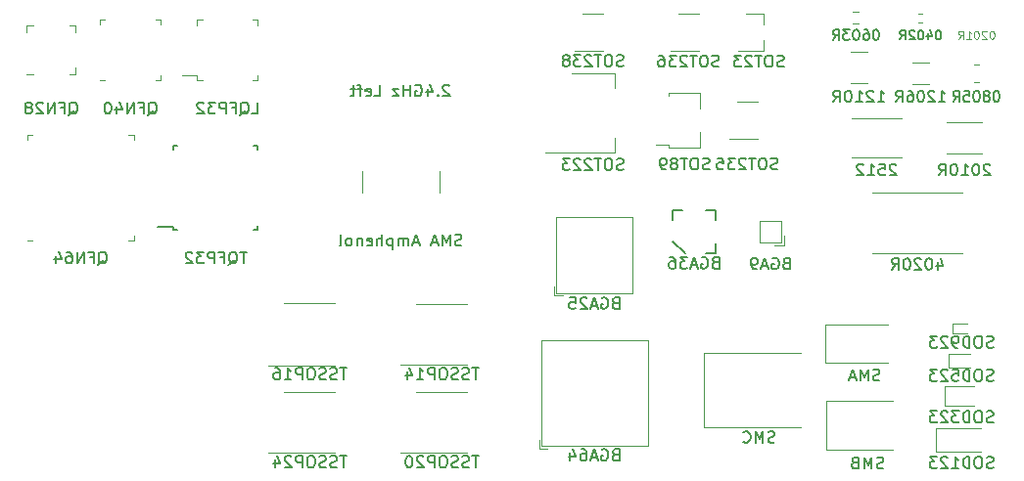
<source format=gbr>
%TF.GenerationSoftware,KiCad,Pcbnew,5.1.8-db9833491~88~ubuntu20.04.1*%
%TF.CreationDate,2020-12-22T00:38:32+08:00*%
%TF.ProjectId,Ingress_BioCard,496e6772-6573-4735-9f42-696f43617264,1.0*%
%TF.SameCoordinates,Original*%
%TF.FileFunction,Legend,Bot*%
%TF.FilePolarity,Positive*%
%FSLAX46Y46*%
G04 Gerber Fmt 4.6, Leading zero omitted, Abs format (unit mm)*
G04 Created by KiCad (PCBNEW 5.1.8-db9833491~88~ubuntu20.04.1) date 2020-12-22 00:38:32*
%MOMM*%
%LPD*%
G01*
G04 APERTURE LIST*
%ADD10C,0.120000*%
%ADD11C,0.150000*%
%ADD12C,0.140000*%
%ADD13C,0.130000*%
G04 APERTURE END LIST*
D10*
%TO.C,4020R*%
X139623748Y-108324000D02*
X147396252Y-108324000D01*
X139623748Y-103004000D02*
X147396252Y-103004000D01*
%TO.C,BGA64*%
X110770000Y-124496000D02*
X110770000Y-125196000D01*
X110770000Y-125196000D02*
X111470000Y-125196000D01*
X110970000Y-115796000D02*
X120170000Y-115796000D01*
X120170000Y-115796000D02*
X120170000Y-124996000D01*
X120170000Y-124996000D02*
X110970000Y-124996000D01*
X110970000Y-124996000D02*
X110970000Y-115796000D01*
D11*
%TO.C,BGA36*%
X125205000Y-108309000D02*
X126054000Y-108309000D01*
X126054000Y-108309000D02*
X126054000Y-107442500D01*
X125205000Y-108309000D02*
X126054000Y-108309000D01*
X126054000Y-108309000D02*
X126054000Y-107442500D01*
X125205000Y-104543000D02*
X126054000Y-104543000D01*
X126054000Y-104543000D02*
X126054000Y-105409500D01*
X125205000Y-108309000D02*
X126054000Y-108309000D01*
X126054000Y-108309000D02*
X126054000Y-107442500D01*
X123207000Y-104543000D02*
X122358000Y-104543000D01*
X122358000Y-104543000D02*
X122358000Y-105409500D01*
X123408000Y-108309000D02*
X122358000Y-107259000D01*
D10*
%TO.C,BGA25*%
X112870000Y-111958000D02*
X112070000Y-111958000D01*
X112070000Y-111958000D02*
X112070000Y-111158000D01*
X118870000Y-111758000D02*
X118870000Y-105158000D01*
X118870000Y-105158000D02*
X112270000Y-105158000D01*
X112270000Y-105158000D02*
X112270000Y-111758000D01*
X112270000Y-111758000D02*
X118870000Y-111758000D01*
%TO.C,BGA9*%
X131760000Y-107376000D02*
X129860000Y-107376000D01*
X129860000Y-107376000D02*
X129860000Y-105476000D01*
X129860000Y-105476000D02*
X131760000Y-105476000D01*
X131760000Y-105476000D02*
X131760000Y-107376000D01*
X131960000Y-107576000D02*
X131160000Y-107576000D01*
X131960000Y-107576000D02*
X131960000Y-106776000D01*
%TO.C,SMA Amphenol*%
X102161000Y-101168000D02*
X102161000Y-103048000D01*
X95451000Y-101168000D02*
X95451000Y-103048000D01*
%TO.C,SOT89*%
X122003000Y-94414000D02*
X122003000Y-94644000D01*
X122003000Y-99134000D02*
X122003000Y-98904000D01*
X122003000Y-99134000D02*
X124723000Y-99134000D01*
X124723000Y-99134000D02*
X124723000Y-97824000D01*
X120863000Y-98904000D02*
X122003000Y-98904000D01*
X124723000Y-94414000D02*
X122003000Y-94414000D01*
X124723000Y-95724000D02*
X124723000Y-94414000D01*
%TO.C,SOT223*%
X111343000Y-99549000D02*
X117353000Y-99549000D01*
X113593000Y-92729000D02*
X117353000Y-92729000D01*
X117353000Y-99549000D02*
X117353000Y-98289000D01*
X117353000Y-92729000D02*
X117353000Y-93989000D01*
%TO.C,SOT238*%
X116343000Y-90764000D02*
X113893000Y-90764000D01*
X114543000Y-87544000D02*
X116343000Y-87544000D01*
%TO.C,SOT236*%
X124598000Y-90764000D02*
X122148000Y-90764000D01*
X122798000Y-87544000D02*
X124598000Y-87544000D01*
%TO.C,SOT235*%
X129678000Y-98384000D02*
X127228000Y-98384000D01*
X127878000Y-95164000D02*
X129678000Y-95164000D01*
%TO.C,SOT23*%
X130173000Y-87574000D02*
X128713000Y-87574000D01*
X130173000Y-90734000D02*
X128013000Y-90734000D01*
X130173000Y-90734000D02*
X130173000Y-89804000D01*
X130173000Y-87574000D02*
X130173000Y-88504000D01*
%TO.C,TSSOP24*%
X90932000Y-125546000D02*
X87332000Y-125546000D01*
X90932000Y-125546000D02*
X93132000Y-125546000D01*
X90932000Y-120326000D02*
X88732000Y-120326000D01*
X90932000Y-120326000D02*
X93132000Y-120326000D01*
%TO.C,TSSOP20*%
X102362000Y-125596000D02*
X98762000Y-125596000D01*
X102362000Y-125596000D02*
X104562000Y-125596000D01*
X102362000Y-120276000D02*
X100162000Y-120276000D01*
X102362000Y-120276000D02*
X104562000Y-120276000D01*
%TO.C,TSSOP16*%
X90932000Y-118051000D02*
X87332000Y-118051000D01*
X90932000Y-118051000D02*
X93132000Y-118051000D01*
X90932000Y-112581000D02*
X88732000Y-112581000D01*
X90932000Y-112581000D02*
X93132000Y-112581000D01*
%TO.C,TSSOP14*%
X102362000Y-117926000D02*
X98762000Y-117926000D01*
X102362000Y-117926000D02*
X104562000Y-117926000D01*
X102362000Y-112706000D02*
X100162000Y-112706000D01*
X102362000Y-112706000D02*
X104562000Y-112706000D01*
%TO.C,SOD123*%
X145070000Y-125460000D02*
X145070000Y-123460000D01*
X145070000Y-123460000D02*
X148970000Y-123460000D01*
X145070000Y-125460000D02*
X148970000Y-125460000D01*
%TO.C,SOD323*%
X145820000Y-121500000D02*
X145820000Y-119800000D01*
X145820000Y-119800000D02*
X148370000Y-119800000D01*
X145820000Y-121500000D02*
X148370000Y-121500000D01*
%TO.C,SOD523*%
X146170000Y-118202000D02*
X146170000Y-117002000D01*
X148020000Y-118202000D02*
X146170000Y-118202000D01*
X148020000Y-117002000D02*
X146170000Y-117002000D01*
%TO.C,SOD923*%
X147820000Y-114408000D02*
X146520000Y-114408000D01*
X147820000Y-115208000D02*
X146520000Y-115208000D01*
X146520000Y-115208000D02*
X146520000Y-114408000D01*
%TO.C,SMC*%
X124994000Y-116892000D02*
X124994000Y-123392000D01*
X124994000Y-116892000D02*
X133394000Y-116892000D01*
X124994000Y-123392000D02*
X133394000Y-123392000D01*
%TO.C,SMB*%
X135642000Y-125340000D02*
X135642000Y-121040000D01*
X135642000Y-121040000D02*
X141342000Y-121040000D01*
X135642000Y-125340000D02*
X141342000Y-125340000D01*
%TO.C,SMA*%
X135538000Y-117728000D02*
X135538000Y-114428000D01*
X135538000Y-114428000D02*
X140938000Y-114428000D01*
X135538000Y-117728000D02*
X140938000Y-117728000D01*
%TO.C,2010R*%
X146046936Y-99658000D02*
X149101064Y-99658000D01*
X146046936Y-96938000D02*
X149101064Y-96938000D01*
%TO.C,1210R*%
X137706263Y-93557000D02*
X139153737Y-93557000D01*
X137706263Y-90847000D02*
X139153737Y-90847000D01*
%TO.C,LQFP32*%
X85980000Y-88068000D02*
X86430000Y-88068000D01*
X86430000Y-88068000D02*
X86430000Y-88518000D01*
X81660000Y-88068000D02*
X81210000Y-88068000D01*
X81210000Y-88068000D02*
X81210000Y-88518000D01*
X85980000Y-93288000D02*
X86430000Y-93288000D01*
X86430000Y-93288000D02*
X86430000Y-92838000D01*
X81660000Y-93288000D02*
X81210000Y-93288000D01*
X81210000Y-93288000D02*
X81210000Y-92838000D01*
X81210000Y-92838000D02*
X79895000Y-92838000D01*
D11*
%TO.C,TQFP32*%
X79179000Y-106241000D02*
X79179000Y-106016000D01*
X86429000Y-106241000D02*
X86429000Y-105916000D01*
X86429000Y-98991000D02*
X86429000Y-99316000D01*
X79179000Y-98991000D02*
X79179000Y-99316000D01*
X79179000Y-106241000D02*
X79504000Y-106241000D01*
X79179000Y-98991000D02*
X79504000Y-98991000D01*
X86429000Y-98991000D02*
X86104000Y-98991000D01*
X86429000Y-106241000D02*
X86104000Y-106241000D01*
X79179000Y-106016000D02*
X77754000Y-106016000D01*
D10*
%TO.C,QFN40*%
X77623000Y-93288000D02*
X78048000Y-93288000D01*
X78048000Y-93288000D02*
X78048000Y-92863000D01*
X73253000Y-88068000D02*
X72828000Y-88068000D01*
X72828000Y-88068000D02*
X72828000Y-88493000D01*
X77623000Y-88068000D02*
X78048000Y-88068000D01*
X78048000Y-88068000D02*
X78048000Y-88493000D01*
X73253000Y-93288000D02*
X72828000Y-93288000D01*
%TO.C,QFN28*%
X70140000Y-92788000D02*
X70690000Y-92788000D01*
X70690000Y-92788000D02*
X70690000Y-92238000D01*
X67020000Y-88568000D02*
X66470000Y-88568000D01*
X66470000Y-88568000D02*
X66470000Y-89118000D01*
X70140000Y-88568000D02*
X70690000Y-88568000D01*
X70690000Y-88568000D02*
X70690000Y-89118000D01*
X67020000Y-92788000D02*
X66470000Y-92788000D01*
%TO.C,QFN64*%
X66985000Y-107226000D02*
X66510000Y-107226000D01*
X75730000Y-98006000D02*
X75730000Y-98481000D01*
X75255000Y-98006000D02*
X75730000Y-98006000D01*
X66510000Y-98006000D02*
X66510000Y-98481000D01*
X66985000Y-98006000D02*
X66510000Y-98006000D01*
X75730000Y-107226000D02*
X75730000Y-106751000D01*
X75255000Y-107226000D02*
X75730000Y-107226000D01*
%TO.C,2512*%
X137776936Y-96588000D02*
X142131064Y-96588000D01*
X137776936Y-100008000D02*
X142131064Y-100008000D01*
%TO.C,1206R*%
X143036936Y-91800000D02*
X144491064Y-91800000D01*
X143036936Y-93620000D02*
X144491064Y-93620000D01*
%TO.C,0603R*%
X137938742Y-87361500D02*
X138413258Y-87361500D01*
X137938742Y-88406500D02*
X138413258Y-88406500D01*
%TO.C,0805R*%
X148362936Y-91975000D02*
X148817064Y-91975000D01*
X148362936Y-93445000D02*
X148817064Y-93445000D01*
%TO.C,0402R*%
X143610359Y-87504000D02*
X143917641Y-87504000D01*
X143610359Y-88264000D02*
X143917641Y-88264000D01*
%TO.C,4020R*%
D11*
X145248095Y-109049714D02*
X145248095Y-109716380D01*
X145486190Y-108668761D02*
X145724285Y-109383047D01*
X145105238Y-109383047D01*
X144533809Y-108716380D02*
X144438571Y-108716380D01*
X144343333Y-108764000D01*
X144295714Y-108811619D01*
X144248095Y-108906857D01*
X144200476Y-109097333D01*
X144200476Y-109335428D01*
X144248095Y-109525904D01*
X144295714Y-109621142D01*
X144343333Y-109668761D01*
X144438571Y-109716380D01*
X144533809Y-109716380D01*
X144629047Y-109668761D01*
X144676666Y-109621142D01*
X144724285Y-109525904D01*
X144771904Y-109335428D01*
X144771904Y-109097333D01*
X144724285Y-108906857D01*
X144676666Y-108811619D01*
X144629047Y-108764000D01*
X144533809Y-108716380D01*
X143819523Y-108811619D02*
X143771904Y-108764000D01*
X143676666Y-108716380D01*
X143438571Y-108716380D01*
X143343333Y-108764000D01*
X143295714Y-108811619D01*
X143248095Y-108906857D01*
X143248095Y-109002095D01*
X143295714Y-109144952D01*
X143867142Y-109716380D01*
X143248095Y-109716380D01*
X142629047Y-108716380D02*
X142533809Y-108716380D01*
X142438571Y-108764000D01*
X142390952Y-108811619D01*
X142343333Y-108906857D01*
X142295714Y-109097333D01*
X142295714Y-109335428D01*
X142343333Y-109525904D01*
X142390952Y-109621142D01*
X142438571Y-109668761D01*
X142533809Y-109716380D01*
X142629047Y-109716380D01*
X142724285Y-109668761D01*
X142771904Y-109621142D01*
X142819523Y-109525904D01*
X142867142Y-109335428D01*
X142867142Y-109097333D01*
X142819523Y-108906857D01*
X142771904Y-108811619D01*
X142724285Y-108764000D01*
X142629047Y-108716380D01*
X141295714Y-109716380D02*
X141629047Y-109240190D01*
X141867142Y-109716380D02*
X141867142Y-108716380D01*
X141486190Y-108716380D01*
X141390952Y-108764000D01*
X141343333Y-108811619D01*
X141295714Y-108906857D01*
X141295714Y-109049714D01*
X141343333Y-109144952D01*
X141390952Y-109192571D01*
X141486190Y-109240190D01*
X141867142Y-109240190D01*
%TO.C,BGA64*%
X117379523Y-125724571D02*
X117236666Y-125772190D01*
X117189047Y-125819809D01*
X117141428Y-125915047D01*
X117141428Y-126057904D01*
X117189047Y-126153142D01*
X117236666Y-126200761D01*
X117331904Y-126248380D01*
X117712857Y-126248380D01*
X117712857Y-125248380D01*
X117379523Y-125248380D01*
X117284285Y-125296000D01*
X117236666Y-125343619D01*
X117189047Y-125438857D01*
X117189047Y-125534095D01*
X117236666Y-125629333D01*
X117284285Y-125676952D01*
X117379523Y-125724571D01*
X117712857Y-125724571D01*
X116189047Y-125296000D02*
X116284285Y-125248380D01*
X116427142Y-125248380D01*
X116570000Y-125296000D01*
X116665238Y-125391238D01*
X116712857Y-125486476D01*
X116760476Y-125676952D01*
X116760476Y-125819809D01*
X116712857Y-126010285D01*
X116665238Y-126105523D01*
X116570000Y-126200761D01*
X116427142Y-126248380D01*
X116331904Y-126248380D01*
X116189047Y-126200761D01*
X116141428Y-126153142D01*
X116141428Y-125819809D01*
X116331904Y-125819809D01*
X115760476Y-125962666D02*
X115284285Y-125962666D01*
X115855714Y-126248380D02*
X115522380Y-125248380D01*
X115189047Y-126248380D01*
X114427142Y-125248380D02*
X114617619Y-125248380D01*
X114712857Y-125296000D01*
X114760476Y-125343619D01*
X114855714Y-125486476D01*
X114903333Y-125676952D01*
X114903333Y-126057904D01*
X114855714Y-126153142D01*
X114808095Y-126200761D01*
X114712857Y-126248380D01*
X114522380Y-126248380D01*
X114427142Y-126200761D01*
X114379523Y-126153142D01*
X114331904Y-126057904D01*
X114331904Y-125819809D01*
X114379523Y-125724571D01*
X114427142Y-125676952D01*
X114522380Y-125629333D01*
X114712857Y-125629333D01*
X114808095Y-125676952D01*
X114855714Y-125724571D01*
X114903333Y-125819809D01*
X113474761Y-125581714D02*
X113474761Y-126248380D01*
X113712857Y-125200761D02*
X113950952Y-125915047D01*
X113331904Y-125915047D01*
%TO.C,BGA36*%
X126015523Y-109087571D02*
X125872666Y-109135190D01*
X125825047Y-109182809D01*
X125777428Y-109278047D01*
X125777428Y-109420904D01*
X125825047Y-109516142D01*
X125872666Y-109563761D01*
X125967904Y-109611380D01*
X126348857Y-109611380D01*
X126348857Y-108611380D01*
X126015523Y-108611380D01*
X125920285Y-108659000D01*
X125872666Y-108706619D01*
X125825047Y-108801857D01*
X125825047Y-108897095D01*
X125872666Y-108992333D01*
X125920285Y-109039952D01*
X126015523Y-109087571D01*
X126348857Y-109087571D01*
X124825047Y-108659000D02*
X124920285Y-108611380D01*
X125063142Y-108611380D01*
X125206000Y-108659000D01*
X125301238Y-108754238D01*
X125348857Y-108849476D01*
X125396476Y-109039952D01*
X125396476Y-109182809D01*
X125348857Y-109373285D01*
X125301238Y-109468523D01*
X125206000Y-109563761D01*
X125063142Y-109611380D01*
X124967904Y-109611380D01*
X124825047Y-109563761D01*
X124777428Y-109516142D01*
X124777428Y-109182809D01*
X124967904Y-109182809D01*
X124396476Y-109325666D02*
X123920285Y-109325666D01*
X124491714Y-109611380D02*
X124158380Y-108611380D01*
X123825047Y-109611380D01*
X123586952Y-108611380D02*
X122967904Y-108611380D01*
X123301238Y-108992333D01*
X123158380Y-108992333D01*
X123063142Y-109039952D01*
X123015523Y-109087571D01*
X122967904Y-109182809D01*
X122967904Y-109420904D01*
X123015523Y-109516142D01*
X123063142Y-109563761D01*
X123158380Y-109611380D01*
X123444095Y-109611380D01*
X123539333Y-109563761D01*
X123586952Y-109516142D01*
X122110761Y-108611380D02*
X122301238Y-108611380D01*
X122396476Y-108659000D01*
X122444095Y-108706619D01*
X122539333Y-108849476D01*
X122586952Y-109039952D01*
X122586952Y-109420904D01*
X122539333Y-109516142D01*
X122491714Y-109563761D01*
X122396476Y-109611380D01*
X122206000Y-109611380D01*
X122110761Y-109563761D01*
X122063142Y-109516142D01*
X122015523Y-109420904D01*
X122015523Y-109182809D01*
X122063142Y-109087571D01*
X122110761Y-109039952D01*
X122206000Y-108992333D01*
X122396476Y-108992333D01*
X122491714Y-109039952D01*
X122539333Y-109087571D01*
X122586952Y-109182809D01*
%TO.C,BGA25*%
X117379523Y-112586571D02*
X117236666Y-112634190D01*
X117189047Y-112681809D01*
X117141428Y-112777047D01*
X117141428Y-112919904D01*
X117189047Y-113015142D01*
X117236666Y-113062761D01*
X117331904Y-113110380D01*
X117712857Y-113110380D01*
X117712857Y-112110380D01*
X117379523Y-112110380D01*
X117284285Y-112158000D01*
X117236666Y-112205619D01*
X117189047Y-112300857D01*
X117189047Y-112396095D01*
X117236666Y-112491333D01*
X117284285Y-112538952D01*
X117379523Y-112586571D01*
X117712857Y-112586571D01*
X116189047Y-112158000D02*
X116284285Y-112110380D01*
X116427142Y-112110380D01*
X116570000Y-112158000D01*
X116665238Y-112253238D01*
X116712857Y-112348476D01*
X116760476Y-112538952D01*
X116760476Y-112681809D01*
X116712857Y-112872285D01*
X116665238Y-112967523D01*
X116570000Y-113062761D01*
X116427142Y-113110380D01*
X116331904Y-113110380D01*
X116189047Y-113062761D01*
X116141428Y-113015142D01*
X116141428Y-112681809D01*
X116331904Y-112681809D01*
X115760476Y-112824666D02*
X115284285Y-112824666D01*
X115855714Y-113110380D02*
X115522380Y-112110380D01*
X115189047Y-113110380D01*
X114903333Y-112205619D02*
X114855714Y-112158000D01*
X114760476Y-112110380D01*
X114522380Y-112110380D01*
X114427142Y-112158000D01*
X114379523Y-112205619D01*
X114331904Y-112300857D01*
X114331904Y-112396095D01*
X114379523Y-112538952D01*
X114950952Y-113110380D01*
X114331904Y-113110380D01*
X113427142Y-112110380D02*
X113903333Y-112110380D01*
X113950952Y-112586571D01*
X113903333Y-112538952D01*
X113808095Y-112491333D01*
X113570000Y-112491333D01*
X113474761Y-112538952D01*
X113427142Y-112586571D01*
X113379523Y-112681809D01*
X113379523Y-112919904D01*
X113427142Y-113015142D01*
X113474761Y-113062761D01*
X113570000Y-113110380D01*
X113808095Y-113110380D01*
X113903333Y-113062761D01*
X113950952Y-113015142D01*
%TO.C,BGA9*%
X132143333Y-109148571D02*
X132000476Y-109196190D01*
X131952857Y-109243809D01*
X131905238Y-109339047D01*
X131905238Y-109481904D01*
X131952857Y-109577142D01*
X132000476Y-109624761D01*
X132095714Y-109672380D01*
X132476666Y-109672380D01*
X132476666Y-108672380D01*
X132143333Y-108672380D01*
X132048095Y-108720000D01*
X132000476Y-108767619D01*
X131952857Y-108862857D01*
X131952857Y-108958095D01*
X132000476Y-109053333D01*
X132048095Y-109100952D01*
X132143333Y-109148571D01*
X132476666Y-109148571D01*
X130952857Y-108720000D02*
X131048095Y-108672380D01*
X131190952Y-108672380D01*
X131333809Y-108720000D01*
X131429047Y-108815238D01*
X131476666Y-108910476D01*
X131524285Y-109100952D01*
X131524285Y-109243809D01*
X131476666Y-109434285D01*
X131429047Y-109529523D01*
X131333809Y-109624761D01*
X131190952Y-109672380D01*
X131095714Y-109672380D01*
X130952857Y-109624761D01*
X130905238Y-109577142D01*
X130905238Y-109243809D01*
X131095714Y-109243809D01*
X130524285Y-109386666D02*
X130048095Y-109386666D01*
X130619523Y-109672380D02*
X130286190Y-108672380D01*
X129952857Y-109672380D01*
X129571904Y-109672380D02*
X129381428Y-109672380D01*
X129286190Y-109624761D01*
X129238571Y-109577142D01*
X129143333Y-109434285D01*
X129095714Y-109243809D01*
X129095714Y-108862857D01*
X129143333Y-108767619D01*
X129190952Y-108720000D01*
X129286190Y-108672380D01*
X129476666Y-108672380D01*
X129571904Y-108720000D01*
X129619523Y-108767619D01*
X129667142Y-108862857D01*
X129667142Y-109100952D01*
X129619523Y-109196190D01*
X129571904Y-109243809D01*
X129476666Y-109291428D01*
X129286190Y-109291428D01*
X129190952Y-109243809D01*
X129143333Y-109196190D01*
X129095714Y-109100952D01*
%TO.C,SMA Amphenol*%
X104067904Y-107592761D02*
X103925047Y-107640380D01*
X103686952Y-107640380D01*
X103591714Y-107592761D01*
X103544095Y-107545142D01*
X103496476Y-107449904D01*
X103496476Y-107354666D01*
X103544095Y-107259428D01*
X103591714Y-107211809D01*
X103686952Y-107164190D01*
X103877428Y-107116571D01*
X103972666Y-107068952D01*
X104020285Y-107021333D01*
X104067904Y-106926095D01*
X104067904Y-106830857D01*
X104020285Y-106735619D01*
X103972666Y-106688000D01*
X103877428Y-106640380D01*
X103639333Y-106640380D01*
X103496476Y-106688000D01*
X103067904Y-107640380D02*
X103067904Y-106640380D01*
X102734571Y-107354666D01*
X102401238Y-106640380D01*
X102401238Y-107640380D01*
X101972666Y-107354666D02*
X101496476Y-107354666D01*
X102067904Y-107640380D02*
X101734571Y-106640380D01*
X101401238Y-107640380D01*
X100353619Y-107354666D02*
X99877428Y-107354666D01*
X100448857Y-107640380D02*
X100115523Y-106640380D01*
X99782190Y-107640380D01*
X99448857Y-107640380D02*
X99448857Y-106973714D01*
X99448857Y-107068952D02*
X99401238Y-107021333D01*
X99306000Y-106973714D01*
X99163142Y-106973714D01*
X99067904Y-107021333D01*
X99020285Y-107116571D01*
X99020285Y-107640380D01*
X99020285Y-107116571D02*
X98972666Y-107021333D01*
X98877428Y-106973714D01*
X98734571Y-106973714D01*
X98639333Y-107021333D01*
X98591714Y-107116571D01*
X98591714Y-107640380D01*
X98115523Y-106973714D02*
X98115523Y-107973714D01*
X98115523Y-107021333D02*
X98020285Y-106973714D01*
X97829809Y-106973714D01*
X97734571Y-107021333D01*
X97686952Y-107068952D01*
X97639333Y-107164190D01*
X97639333Y-107449904D01*
X97686952Y-107545142D01*
X97734571Y-107592761D01*
X97829809Y-107640380D01*
X98020285Y-107640380D01*
X98115523Y-107592761D01*
X97210761Y-107640380D02*
X97210761Y-106640380D01*
X96782190Y-107640380D02*
X96782190Y-107116571D01*
X96829809Y-107021333D01*
X96925047Y-106973714D01*
X97067904Y-106973714D01*
X97163142Y-107021333D01*
X97210761Y-107068952D01*
X95925047Y-107592761D02*
X96020285Y-107640380D01*
X96210761Y-107640380D01*
X96306000Y-107592761D01*
X96353619Y-107497523D01*
X96353619Y-107116571D01*
X96306000Y-107021333D01*
X96210761Y-106973714D01*
X96020285Y-106973714D01*
X95925047Y-107021333D01*
X95877428Y-107116571D01*
X95877428Y-107211809D01*
X96353619Y-107307047D01*
X95448857Y-106973714D02*
X95448857Y-107640380D01*
X95448857Y-107068952D02*
X95401238Y-107021333D01*
X95306000Y-106973714D01*
X95163142Y-106973714D01*
X95067904Y-107021333D01*
X95020285Y-107116571D01*
X95020285Y-107640380D01*
X94401238Y-107640380D02*
X94496476Y-107592761D01*
X94544095Y-107545142D01*
X94591714Y-107449904D01*
X94591714Y-107164190D01*
X94544095Y-107068952D01*
X94496476Y-107021333D01*
X94401238Y-106973714D01*
X94258380Y-106973714D01*
X94163142Y-107021333D01*
X94115523Y-107068952D01*
X94067904Y-107164190D01*
X94067904Y-107449904D01*
X94115523Y-107545142D01*
X94163142Y-107592761D01*
X94258380Y-107640380D01*
X94401238Y-107640380D01*
X93496476Y-107640380D02*
X93591714Y-107592761D01*
X93639333Y-107497523D01*
X93639333Y-106640380D01*
%TO.C,2.4GHz Left*%
X103020285Y-93781619D02*
X102972666Y-93734000D01*
X102877428Y-93686380D01*
X102639333Y-93686380D01*
X102544095Y-93734000D01*
X102496476Y-93781619D01*
X102448857Y-93876857D01*
X102448857Y-93972095D01*
X102496476Y-94114952D01*
X103067904Y-94686380D01*
X102448857Y-94686380D01*
X102020285Y-94591142D02*
X101972666Y-94638761D01*
X102020285Y-94686380D01*
X102067904Y-94638761D01*
X102020285Y-94591142D01*
X102020285Y-94686380D01*
X101115523Y-94019714D02*
X101115523Y-94686380D01*
X101353619Y-93638761D02*
X101591714Y-94353047D01*
X100972666Y-94353047D01*
X100067904Y-93734000D02*
X100163142Y-93686380D01*
X100306000Y-93686380D01*
X100448857Y-93734000D01*
X100544095Y-93829238D01*
X100591714Y-93924476D01*
X100639333Y-94114952D01*
X100639333Y-94257809D01*
X100591714Y-94448285D01*
X100544095Y-94543523D01*
X100448857Y-94638761D01*
X100306000Y-94686380D01*
X100210761Y-94686380D01*
X100067904Y-94638761D01*
X100020285Y-94591142D01*
X100020285Y-94257809D01*
X100210761Y-94257809D01*
X99591714Y-94686380D02*
X99591714Y-93686380D01*
X99591714Y-94162571D02*
X99020285Y-94162571D01*
X99020285Y-94686380D02*
X99020285Y-93686380D01*
X98639333Y-94019714D02*
X98115523Y-94019714D01*
X98639333Y-94686380D01*
X98115523Y-94686380D01*
X96496476Y-94686380D02*
X96972666Y-94686380D01*
X96972666Y-93686380D01*
X95782190Y-94638761D02*
X95877428Y-94686380D01*
X96067904Y-94686380D01*
X96163142Y-94638761D01*
X96210761Y-94543523D01*
X96210761Y-94162571D01*
X96163142Y-94067333D01*
X96067904Y-94019714D01*
X95877428Y-94019714D01*
X95782190Y-94067333D01*
X95734571Y-94162571D01*
X95734571Y-94257809D01*
X96210761Y-94353047D01*
X95448857Y-94019714D02*
X95067904Y-94019714D01*
X95306000Y-94686380D02*
X95306000Y-93829238D01*
X95258380Y-93734000D01*
X95163142Y-93686380D01*
X95067904Y-93686380D01*
X94877428Y-94019714D02*
X94496476Y-94019714D01*
X94734571Y-93686380D02*
X94734571Y-94543523D01*
X94686952Y-94638761D01*
X94591714Y-94686380D01*
X94496476Y-94686380D01*
%TO.C,SOT89*%
X125505857Y-100988761D02*
X125363000Y-101036380D01*
X125124904Y-101036380D01*
X125029666Y-100988761D01*
X124982047Y-100941142D01*
X124934428Y-100845904D01*
X124934428Y-100750666D01*
X124982047Y-100655428D01*
X125029666Y-100607809D01*
X125124904Y-100560190D01*
X125315380Y-100512571D01*
X125410619Y-100464952D01*
X125458238Y-100417333D01*
X125505857Y-100322095D01*
X125505857Y-100226857D01*
X125458238Y-100131619D01*
X125410619Y-100084000D01*
X125315380Y-100036380D01*
X125077285Y-100036380D01*
X124934428Y-100084000D01*
X124315380Y-100036380D02*
X124124904Y-100036380D01*
X124029666Y-100084000D01*
X123934428Y-100179238D01*
X123886809Y-100369714D01*
X123886809Y-100703047D01*
X123934428Y-100893523D01*
X124029666Y-100988761D01*
X124124904Y-101036380D01*
X124315380Y-101036380D01*
X124410619Y-100988761D01*
X124505857Y-100893523D01*
X124553476Y-100703047D01*
X124553476Y-100369714D01*
X124505857Y-100179238D01*
X124410619Y-100084000D01*
X124315380Y-100036380D01*
X123601095Y-100036380D02*
X123029666Y-100036380D01*
X123315380Y-101036380D02*
X123315380Y-100036380D01*
X122553476Y-100464952D02*
X122648714Y-100417333D01*
X122696333Y-100369714D01*
X122743952Y-100274476D01*
X122743952Y-100226857D01*
X122696333Y-100131619D01*
X122648714Y-100084000D01*
X122553476Y-100036380D01*
X122363000Y-100036380D01*
X122267761Y-100084000D01*
X122220142Y-100131619D01*
X122172523Y-100226857D01*
X122172523Y-100274476D01*
X122220142Y-100369714D01*
X122267761Y-100417333D01*
X122363000Y-100464952D01*
X122553476Y-100464952D01*
X122648714Y-100512571D01*
X122696333Y-100560190D01*
X122743952Y-100655428D01*
X122743952Y-100845904D01*
X122696333Y-100941142D01*
X122648714Y-100988761D01*
X122553476Y-101036380D01*
X122363000Y-101036380D01*
X122267761Y-100988761D01*
X122220142Y-100941142D01*
X122172523Y-100845904D01*
X122172523Y-100655428D01*
X122220142Y-100560190D01*
X122267761Y-100512571D01*
X122363000Y-100464952D01*
X121696333Y-101036380D02*
X121505857Y-101036380D01*
X121410619Y-100988761D01*
X121363000Y-100941142D01*
X121267761Y-100798285D01*
X121220142Y-100607809D01*
X121220142Y-100226857D01*
X121267761Y-100131619D01*
X121315380Y-100084000D01*
X121410619Y-100036380D01*
X121601095Y-100036380D01*
X121696333Y-100084000D01*
X121743952Y-100131619D01*
X121791571Y-100226857D01*
X121791571Y-100464952D01*
X121743952Y-100560190D01*
X121696333Y-100607809D01*
X121601095Y-100655428D01*
X121410619Y-100655428D01*
X121315380Y-100607809D01*
X121267761Y-100560190D01*
X121220142Y-100464952D01*
%TO.C,SOT223*%
X118062047Y-101043761D02*
X117919190Y-101091380D01*
X117681095Y-101091380D01*
X117585857Y-101043761D01*
X117538238Y-100996142D01*
X117490619Y-100900904D01*
X117490619Y-100805666D01*
X117538238Y-100710428D01*
X117585857Y-100662809D01*
X117681095Y-100615190D01*
X117871571Y-100567571D01*
X117966809Y-100519952D01*
X118014428Y-100472333D01*
X118062047Y-100377095D01*
X118062047Y-100281857D01*
X118014428Y-100186619D01*
X117966809Y-100139000D01*
X117871571Y-100091380D01*
X117633476Y-100091380D01*
X117490619Y-100139000D01*
X116871571Y-100091380D02*
X116681095Y-100091380D01*
X116585857Y-100139000D01*
X116490619Y-100234238D01*
X116443000Y-100424714D01*
X116443000Y-100758047D01*
X116490619Y-100948523D01*
X116585857Y-101043761D01*
X116681095Y-101091380D01*
X116871571Y-101091380D01*
X116966809Y-101043761D01*
X117062047Y-100948523D01*
X117109666Y-100758047D01*
X117109666Y-100424714D01*
X117062047Y-100234238D01*
X116966809Y-100139000D01*
X116871571Y-100091380D01*
X116157285Y-100091380D02*
X115585857Y-100091380D01*
X115871571Y-101091380D02*
X115871571Y-100091380D01*
X115300142Y-100186619D02*
X115252523Y-100139000D01*
X115157285Y-100091380D01*
X114919190Y-100091380D01*
X114823952Y-100139000D01*
X114776333Y-100186619D01*
X114728714Y-100281857D01*
X114728714Y-100377095D01*
X114776333Y-100519952D01*
X115347761Y-101091380D01*
X114728714Y-101091380D01*
X114347761Y-100186619D02*
X114300142Y-100139000D01*
X114204904Y-100091380D01*
X113966809Y-100091380D01*
X113871571Y-100139000D01*
X113823952Y-100186619D01*
X113776333Y-100281857D01*
X113776333Y-100377095D01*
X113823952Y-100519952D01*
X114395380Y-101091380D01*
X113776333Y-101091380D01*
X113443000Y-100091380D02*
X112823952Y-100091380D01*
X113157285Y-100472333D01*
X113014428Y-100472333D01*
X112919190Y-100519952D01*
X112871571Y-100567571D01*
X112823952Y-100662809D01*
X112823952Y-100900904D01*
X112871571Y-100996142D01*
X112919190Y-101043761D01*
X113014428Y-101091380D01*
X113300142Y-101091380D01*
X113395380Y-101043761D01*
X113443000Y-100996142D01*
%TO.C,SOT238*%
X118062047Y-92058761D02*
X117919190Y-92106380D01*
X117681095Y-92106380D01*
X117585857Y-92058761D01*
X117538238Y-92011142D01*
X117490619Y-91915904D01*
X117490619Y-91820666D01*
X117538238Y-91725428D01*
X117585857Y-91677809D01*
X117681095Y-91630190D01*
X117871571Y-91582571D01*
X117966809Y-91534952D01*
X118014428Y-91487333D01*
X118062047Y-91392095D01*
X118062047Y-91296857D01*
X118014428Y-91201619D01*
X117966809Y-91154000D01*
X117871571Y-91106380D01*
X117633476Y-91106380D01*
X117490619Y-91154000D01*
X116871571Y-91106380D02*
X116681095Y-91106380D01*
X116585857Y-91154000D01*
X116490619Y-91249238D01*
X116443000Y-91439714D01*
X116443000Y-91773047D01*
X116490619Y-91963523D01*
X116585857Y-92058761D01*
X116681095Y-92106380D01*
X116871571Y-92106380D01*
X116966809Y-92058761D01*
X117062047Y-91963523D01*
X117109666Y-91773047D01*
X117109666Y-91439714D01*
X117062047Y-91249238D01*
X116966809Y-91154000D01*
X116871571Y-91106380D01*
X116157285Y-91106380D02*
X115585857Y-91106380D01*
X115871571Y-92106380D02*
X115871571Y-91106380D01*
X115300142Y-91201619D02*
X115252523Y-91154000D01*
X115157285Y-91106380D01*
X114919190Y-91106380D01*
X114823952Y-91154000D01*
X114776333Y-91201619D01*
X114728714Y-91296857D01*
X114728714Y-91392095D01*
X114776333Y-91534952D01*
X115347761Y-92106380D01*
X114728714Y-92106380D01*
X114395380Y-91106380D02*
X113776333Y-91106380D01*
X114109666Y-91487333D01*
X113966809Y-91487333D01*
X113871571Y-91534952D01*
X113823952Y-91582571D01*
X113776333Y-91677809D01*
X113776333Y-91915904D01*
X113823952Y-92011142D01*
X113871571Y-92058761D01*
X113966809Y-92106380D01*
X114252523Y-92106380D01*
X114347761Y-92058761D01*
X114395380Y-92011142D01*
X113204904Y-91534952D02*
X113300142Y-91487333D01*
X113347761Y-91439714D01*
X113395380Y-91344476D01*
X113395380Y-91296857D01*
X113347761Y-91201619D01*
X113300142Y-91154000D01*
X113204904Y-91106380D01*
X113014428Y-91106380D01*
X112919190Y-91154000D01*
X112871571Y-91201619D01*
X112823952Y-91296857D01*
X112823952Y-91344476D01*
X112871571Y-91439714D01*
X112919190Y-91487333D01*
X113014428Y-91534952D01*
X113204904Y-91534952D01*
X113300142Y-91582571D01*
X113347761Y-91630190D01*
X113395380Y-91725428D01*
X113395380Y-91915904D01*
X113347761Y-92011142D01*
X113300142Y-92058761D01*
X113204904Y-92106380D01*
X113014428Y-92106380D01*
X112919190Y-92058761D01*
X112871571Y-92011142D01*
X112823952Y-91915904D01*
X112823952Y-91725428D01*
X112871571Y-91630190D01*
X112919190Y-91582571D01*
X113014428Y-91534952D01*
%TO.C,SOT236*%
X126317047Y-92098761D02*
X126174190Y-92146380D01*
X125936095Y-92146380D01*
X125840857Y-92098761D01*
X125793238Y-92051142D01*
X125745619Y-91955904D01*
X125745619Y-91860666D01*
X125793238Y-91765428D01*
X125840857Y-91717809D01*
X125936095Y-91670190D01*
X126126571Y-91622571D01*
X126221809Y-91574952D01*
X126269428Y-91527333D01*
X126317047Y-91432095D01*
X126317047Y-91336857D01*
X126269428Y-91241619D01*
X126221809Y-91194000D01*
X126126571Y-91146380D01*
X125888476Y-91146380D01*
X125745619Y-91194000D01*
X125126571Y-91146380D02*
X124936095Y-91146380D01*
X124840857Y-91194000D01*
X124745619Y-91289238D01*
X124698000Y-91479714D01*
X124698000Y-91813047D01*
X124745619Y-92003523D01*
X124840857Y-92098761D01*
X124936095Y-92146380D01*
X125126571Y-92146380D01*
X125221809Y-92098761D01*
X125317047Y-92003523D01*
X125364666Y-91813047D01*
X125364666Y-91479714D01*
X125317047Y-91289238D01*
X125221809Y-91194000D01*
X125126571Y-91146380D01*
X124412285Y-91146380D02*
X123840857Y-91146380D01*
X124126571Y-92146380D02*
X124126571Y-91146380D01*
X123555142Y-91241619D02*
X123507523Y-91194000D01*
X123412285Y-91146380D01*
X123174190Y-91146380D01*
X123078952Y-91194000D01*
X123031333Y-91241619D01*
X122983714Y-91336857D01*
X122983714Y-91432095D01*
X123031333Y-91574952D01*
X123602761Y-92146380D01*
X122983714Y-92146380D01*
X122650380Y-91146380D02*
X122031333Y-91146380D01*
X122364666Y-91527333D01*
X122221809Y-91527333D01*
X122126571Y-91574952D01*
X122078952Y-91622571D01*
X122031333Y-91717809D01*
X122031333Y-91955904D01*
X122078952Y-92051142D01*
X122126571Y-92098761D01*
X122221809Y-92146380D01*
X122507523Y-92146380D01*
X122602761Y-92098761D01*
X122650380Y-92051142D01*
X121174190Y-91146380D02*
X121364666Y-91146380D01*
X121459904Y-91194000D01*
X121507523Y-91241619D01*
X121602761Y-91384476D01*
X121650380Y-91574952D01*
X121650380Y-91955904D01*
X121602761Y-92051142D01*
X121555142Y-92098761D01*
X121459904Y-92146380D01*
X121269428Y-92146380D01*
X121174190Y-92098761D01*
X121126571Y-92051142D01*
X121078952Y-91955904D01*
X121078952Y-91717809D01*
X121126571Y-91622571D01*
X121174190Y-91574952D01*
X121269428Y-91527333D01*
X121459904Y-91527333D01*
X121555142Y-91574952D01*
X121602761Y-91622571D01*
X121650380Y-91717809D01*
%TO.C,SOT235*%
X131397047Y-100988761D02*
X131254190Y-101036380D01*
X131016095Y-101036380D01*
X130920857Y-100988761D01*
X130873238Y-100941142D01*
X130825619Y-100845904D01*
X130825619Y-100750666D01*
X130873238Y-100655428D01*
X130920857Y-100607809D01*
X131016095Y-100560190D01*
X131206571Y-100512571D01*
X131301809Y-100464952D01*
X131349428Y-100417333D01*
X131397047Y-100322095D01*
X131397047Y-100226857D01*
X131349428Y-100131619D01*
X131301809Y-100084000D01*
X131206571Y-100036380D01*
X130968476Y-100036380D01*
X130825619Y-100084000D01*
X130206571Y-100036380D02*
X130016095Y-100036380D01*
X129920857Y-100084000D01*
X129825619Y-100179238D01*
X129778000Y-100369714D01*
X129778000Y-100703047D01*
X129825619Y-100893523D01*
X129920857Y-100988761D01*
X130016095Y-101036380D01*
X130206571Y-101036380D01*
X130301809Y-100988761D01*
X130397047Y-100893523D01*
X130444666Y-100703047D01*
X130444666Y-100369714D01*
X130397047Y-100179238D01*
X130301809Y-100084000D01*
X130206571Y-100036380D01*
X129492285Y-100036380D02*
X128920857Y-100036380D01*
X129206571Y-101036380D02*
X129206571Y-100036380D01*
X128635142Y-100131619D02*
X128587523Y-100084000D01*
X128492285Y-100036380D01*
X128254190Y-100036380D01*
X128158952Y-100084000D01*
X128111333Y-100131619D01*
X128063714Y-100226857D01*
X128063714Y-100322095D01*
X128111333Y-100464952D01*
X128682761Y-101036380D01*
X128063714Y-101036380D01*
X127730380Y-100036380D02*
X127111333Y-100036380D01*
X127444666Y-100417333D01*
X127301809Y-100417333D01*
X127206571Y-100464952D01*
X127158952Y-100512571D01*
X127111333Y-100607809D01*
X127111333Y-100845904D01*
X127158952Y-100941142D01*
X127206571Y-100988761D01*
X127301809Y-101036380D01*
X127587523Y-101036380D01*
X127682761Y-100988761D01*
X127730380Y-100941142D01*
X126206571Y-100036380D02*
X126682761Y-100036380D01*
X126730380Y-100512571D01*
X126682761Y-100464952D01*
X126587523Y-100417333D01*
X126349428Y-100417333D01*
X126254190Y-100464952D01*
X126206571Y-100512571D01*
X126158952Y-100607809D01*
X126158952Y-100845904D01*
X126206571Y-100941142D01*
X126254190Y-100988761D01*
X126349428Y-101036380D01*
X126587523Y-101036380D01*
X126682761Y-100988761D01*
X126730380Y-100941142D01*
%TO.C,SOT23*%
X131936857Y-92098761D02*
X131794000Y-92146380D01*
X131555904Y-92146380D01*
X131460666Y-92098761D01*
X131413047Y-92051142D01*
X131365428Y-91955904D01*
X131365428Y-91860666D01*
X131413047Y-91765428D01*
X131460666Y-91717809D01*
X131555904Y-91670190D01*
X131746380Y-91622571D01*
X131841619Y-91574952D01*
X131889238Y-91527333D01*
X131936857Y-91432095D01*
X131936857Y-91336857D01*
X131889238Y-91241619D01*
X131841619Y-91194000D01*
X131746380Y-91146380D01*
X131508285Y-91146380D01*
X131365428Y-91194000D01*
X130746380Y-91146380D02*
X130555904Y-91146380D01*
X130460666Y-91194000D01*
X130365428Y-91289238D01*
X130317809Y-91479714D01*
X130317809Y-91813047D01*
X130365428Y-92003523D01*
X130460666Y-92098761D01*
X130555904Y-92146380D01*
X130746380Y-92146380D01*
X130841619Y-92098761D01*
X130936857Y-92003523D01*
X130984476Y-91813047D01*
X130984476Y-91479714D01*
X130936857Y-91289238D01*
X130841619Y-91194000D01*
X130746380Y-91146380D01*
X130032095Y-91146380D02*
X129460666Y-91146380D01*
X129746380Y-92146380D02*
X129746380Y-91146380D01*
X129174952Y-91241619D02*
X129127333Y-91194000D01*
X129032095Y-91146380D01*
X128794000Y-91146380D01*
X128698761Y-91194000D01*
X128651142Y-91241619D01*
X128603523Y-91336857D01*
X128603523Y-91432095D01*
X128651142Y-91574952D01*
X129222571Y-92146380D01*
X128603523Y-92146380D01*
X128270190Y-91146380D02*
X127651142Y-91146380D01*
X127984476Y-91527333D01*
X127841619Y-91527333D01*
X127746380Y-91574952D01*
X127698761Y-91622571D01*
X127651142Y-91717809D01*
X127651142Y-91955904D01*
X127698761Y-92051142D01*
X127746380Y-92098761D01*
X127841619Y-92146380D01*
X128127333Y-92146380D01*
X128222571Y-92098761D01*
X128270190Y-92051142D01*
%TO.C,TSSOP24*%
X94146285Y-125838380D02*
X93574857Y-125838380D01*
X93860571Y-126838380D02*
X93860571Y-125838380D01*
X93289142Y-126790761D02*
X93146285Y-126838380D01*
X92908190Y-126838380D01*
X92812952Y-126790761D01*
X92765333Y-126743142D01*
X92717714Y-126647904D01*
X92717714Y-126552666D01*
X92765333Y-126457428D01*
X92812952Y-126409809D01*
X92908190Y-126362190D01*
X93098666Y-126314571D01*
X93193904Y-126266952D01*
X93241523Y-126219333D01*
X93289142Y-126124095D01*
X93289142Y-126028857D01*
X93241523Y-125933619D01*
X93193904Y-125886000D01*
X93098666Y-125838380D01*
X92860571Y-125838380D01*
X92717714Y-125886000D01*
X92336761Y-126790761D02*
X92193904Y-126838380D01*
X91955809Y-126838380D01*
X91860571Y-126790761D01*
X91812952Y-126743142D01*
X91765333Y-126647904D01*
X91765333Y-126552666D01*
X91812952Y-126457428D01*
X91860571Y-126409809D01*
X91955809Y-126362190D01*
X92146285Y-126314571D01*
X92241523Y-126266952D01*
X92289142Y-126219333D01*
X92336761Y-126124095D01*
X92336761Y-126028857D01*
X92289142Y-125933619D01*
X92241523Y-125886000D01*
X92146285Y-125838380D01*
X91908190Y-125838380D01*
X91765333Y-125886000D01*
X91146285Y-125838380D02*
X90955809Y-125838380D01*
X90860571Y-125886000D01*
X90765333Y-125981238D01*
X90717714Y-126171714D01*
X90717714Y-126505047D01*
X90765333Y-126695523D01*
X90860571Y-126790761D01*
X90955809Y-126838380D01*
X91146285Y-126838380D01*
X91241523Y-126790761D01*
X91336761Y-126695523D01*
X91384380Y-126505047D01*
X91384380Y-126171714D01*
X91336761Y-125981238D01*
X91241523Y-125886000D01*
X91146285Y-125838380D01*
X90289142Y-126838380D02*
X90289142Y-125838380D01*
X89908190Y-125838380D01*
X89812952Y-125886000D01*
X89765333Y-125933619D01*
X89717714Y-126028857D01*
X89717714Y-126171714D01*
X89765333Y-126266952D01*
X89812952Y-126314571D01*
X89908190Y-126362190D01*
X90289142Y-126362190D01*
X89336761Y-125933619D02*
X89289142Y-125886000D01*
X89193904Y-125838380D01*
X88955809Y-125838380D01*
X88860571Y-125886000D01*
X88812952Y-125933619D01*
X88765333Y-126028857D01*
X88765333Y-126124095D01*
X88812952Y-126266952D01*
X89384380Y-126838380D01*
X88765333Y-126838380D01*
X87908190Y-126171714D02*
X87908190Y-126838380D01*
X88146285Y-125790761D02*
X88384380Y-126505047D01*
X87765333Y-126505047D01*
%TO.C,TSSOP20*%
X105576285Y-125838380D02*
X105004857Y-125838380D01*
X105290571Y-126838380D02*
X105290571Y-125838380D01*
X104719142Y-126790761D02*
X104576285Y-126838380D01*
X104338190Y-126838380D01*
X104242952Y-126790761D01*
X104195333Y-126743142D01*
X104147714Y-126647904D01*
X104147714Y-126552666D01*
X104195333Y-126457428D01*
X104242952Y-126409809D01*
X104338190Y-126362190D01*
X104528666Y-126314571D01*
X104623904Y-126266952D01*
X104671523Y-126219333D01*
X104719142Y-126124095D01*
X104719142Y-126028857D01*
X104671523Y-125933619D01*
X104623904Y-125886000D01*
X104528666Y-125838380D01*
X104290571Y-125838380D01*
X104147714Y-125886000D01*
X103766761Y-126790761D02*
X103623904Y-126838380D01*
X103385809Y-126838380D01*
X103290571Y-126790761D01*
X103242952Y-126743142D01*
X103195333Y-126647904D01*
X103195333Y-126552666D01*
X103242952Y-126457428D01*
X103290571Y-126409809D01*
X103385809Y-126362190D01*
X103576285Y-126314571D01*
X103671523Y-126266952D01*
X103719142Y-126219333D01*
X103766761Y-126124095D01*
X103766761Y-126028857D01*
X103719142Y-125933619D01*
X103671523Y-125886000D01*
X103576285Y-125838380D01*
X103338190Y-125838380D01*
X103195333Y-125886000D01*
X102576285Y-125838380D02*
X102385809Y-125838380D01*
X102290571Y-125886000D01*
X102195333Y-125981238D01*
X102147714Y-126171714D01*
X102147714Y-126505047D01*
X102195333Y-126695523D01*
X102290571Y-126790761D01*
X102385809Y-126838380D01*
X102576285Y-126838380D01*
X102671523Y-126790761D01*
X102766761Y-126695523D01*
X102814380Y-126505047D01*
X102814380Y-126171714D01*
X102766761Y-125981238D01*
X102671523Y-125886000D01*
X102576285Y-125838380D01*
X101719142Y-126838380D02*
X101719142Y-125838380D01*
X101338190Y-125838380D01*
X101242952Y-125886000D01*
X101195333Y-125933619D01*
X101147714Y-126028857D01*
X101147714Y-126171714D01*
X101195333Y-126266952D01*
X101242952Y-126314571D01*
X101338190Y-126362190D01*
X101719142Y-126362190D01*
X100766761Y-125933619D02*
X100719142Y-125886000D01*
X100623904Y-125838380D01*
X100385809Y-125838380D01*
X100290571Y-125886000D01*
X100242952Y-125933619D01*
X100195333Y-126028857D01*
X100195333Y-126124095D01*
X100242952Y-126266952D01*
X100814380Y-126838380D01*
X100195333Y-126838380D01*
X99576285Y-125838380D02*
X99481047Y-125838380D01*
X99385809Y-125886000D01*
X99338190Y-125933619D01*
X99290571Y-126028857D01*
X99242952Y-126219333D01*
X99242952Y-126457428D01*
X99290571Y-126647904D01*
X99338190Y-126743142D01*
X99385809Y-126790761D01*
X99481047Y-126838380D01*
X99576285Y-126838380D01*
X99671523Y-126790761D01*
X99719142Y-126743142D01*
X99766761Y-126647904D01*
X99814380Y-126457428D01*
X99814380Y-126219333D01*
X99766761Y-126028857D01*
X99719142Y-125933619D01*
X99671523Y-125886000D01*
X99576285Y-125838380D01*
%TO.C,TSSOP16*%
X94146285Y-118218380D02*
X93574857Y-118218380D01*
X93860571Y-119218380D02*
X93860571Y-118218380D01*
X93289142Y-119170761D02*
X93146285Y-119218380D01*
X92908190Y-119218380D01*
X92812952Y-119170761D01*
X92765333Y-119123142D01*
X92717714Y-119027904D01*
X92717714Y-118932666D01*
X92765333Y-118837428D01*
X92812952Y-118789809D01*
X92908190Y-118742190D01*
X93098666Y-118694571D01*
X93193904Y-118646952D01*
X93241523Y-118599333D01*
X93289142Y-118504095D01*
X93289142Y-118408857D01*
X93241523Y-118313619D01*
X93193904Y-118266000D01*
X93098666Y-118218380D01*
X92860571Y-118218380D01*
X92717714Y-118266000D01*
X92336761Y-119170761D02*
X92193904Y-119218380D01*
X91955809Y-119218380D01*
X91860571Y-119170761D01*
X91812952Y-119123142D01*
X91765333Y-119027904D01*
X91765333Y-118932666D01*
X91812952Y-118837428D01*
X91860571Y-118789809D01*
X91955809Y-118742190D01*
X92146285Y-118694571D01*
X92241523Y-118646952D01*
X92289142Y-118599333D01*
X92336761Y-118504095D01*
X92336761Y-118408857D01*
X92289142Y-118313619D01*
X92241523Y-118266000D01*
X92146285Y-118218380D01*
X91908190Y-118218380D01*
X91765333Y-118266000D01*
X91146285Y-118218380D02*
X90955809Y-118218380D01*
X90860571Y-118266000D01*
X90765333Y-118361238D01*
X90717714Y-118551714D01*
X90717714Y-118885047D01*
X90765333Y-119075523D01*
X90860571Y-119170761D01*
X90955809Y-119218380D01*
X91146285Y-119218380D01*
X91241523Y-119170761D01*
X91336761Y-119075523D01*
X91384380Y-118885047D01*
X91384380Y-118551714D01*
X91336761Y-118361238D01*
X91241523Y-118266000D01*
X91146285Y-118218380D01*
X90289142Y-119218380D02*
X90289142Y-118218380D01*
X89908190Y-118218380D01*
X89812952Y-118266000D01*
X89765333Y-118313619D01*
X89717714Y-118408857D01*
X89717714Y-118551714D01*
X89765333Y-118646952D01*
X89812952Y-118694571D01*
X89908190Y-118742190D01*
X90289142Y-118742190D01*
X88765333Y-119218380D02*
X89336761Y-119218380D01*
X89051047Y-119218380D02*
X89051047Y-118218380D01*
X89146285Y-118361238D01*
X89241523Y-118456476D01*
X89336761Y-118504095D01*
X87908190Y-118218380D02*
X88098666Y-118218380D01*
X88193904Y-118266000D01*
X88241523Y-118313619D01*
X88336761Y-118456476D01*
X88384380Y-118646952D01*
X88384380Y-119027904D01*
X88336761Y-119123142D01*
X88289142Y-119170761D01*
X88193904Y-119218380D01*
X88003428Y-119218380D01*
X87908190Y-119170761D01*
X87860571Y-119123142D01*
X87812952Y-119027904D01*
X87812952Y-118789809D01*
X87860571Y-118694571D01*
X87908190Y-118646952D01*
X88003428Y-118599333D01*
X88193904Y-118599333D01*
X88289142Y-118646952D01*
X88336761Y-118694571D01*
X88384380Y-118789809D01*
%TO.C,TSSOP14*%
X105576285Y-118218380D02*
X105004857Y-118218380D01*
X105290571Y-119218380D02*
X105290571Y-118218380D01*
X104719142Y-119170761D02*
X104576285Y-119218380D01*
X104338190Y-119218380D01*
X104242952Y-119170761D01*
X104195333Y-119123142D01*
X104147714Y-119027904D01*
X104147714Y-118932666D01*
X104195333Y-118837428D01*
X104242952Y-118789809D01*
X104338190Y-118742190D01*
X104528666Y-118694571D01*
X104623904Y-118646952D01*
X104671523Y-118599333D01*
X104719142Y-118504095D01*
X104719142Y-118408857D01*
X104671523Y-118313619D01*
X104623904Y-118266000D01*
X104528666Y-118218380D01*
X104290571Y-118218380D01*
X104147714Y-118266000D01*
X103766761Y-119170761D02*
X103623904Y-119218380D01*
X103385809Y-119218380D01*
X103290571Y-119170761D01*
X103242952Y-119123142D01*
X103195333Y-119027904D01*
X103195333Y-118932666D01*
X103242952Y-118837428D01*
X103290571Y-118789809D01*
X103385809Y-118742190D01*
X103576285Y-118694571D01*
X103671523Y-118646952D01*
X103719142Y-118599333D01*
X103766761Y-118504095D01*
X103766761Y-118408857D01*
X103719142Y-118313619D01*
X103671523Y-118266000D01*
X103576285Y-118218380D01*
X103338190Y-118218380D01*
X103195333Y-118266000D01*
X102576285Y-118218380D02*
X102385809Y-118218380D01*
X102290571Y-118266000D01*
X102195333Y-118361238D01*
X102147714Y-118551714D01*
X102147714Y-118885047D01*
X102195333Y-119075523D01*
X102290571Y-119170761D01*
X102385809Y-119218380D01*
X102576285Y-119218380D01*
X102671523Y-119170761D01*
X102766761Y-119075523D01*
X102814380Y-118885047D01*
X102814380Y-118551714D01*
X102766761Y-118361238D01*
X102671523Y-118266000D01*
X102576285Y-118218380D01*
X101719142Y-119218380D02*
X101719142Y-118218380D01*
X101338190Y-118218380D01*
X101242952Y-118266000D01*
X101195333Y-118313619D01*
X101147714Y-118408857D01*
X101147714Y-118551714D01*
X101195333Y-118646952D01*
X101242952Y-118694571D01*
X101338190Y-118742190D01*
X101719142Y-118742190D01*
X100195333Y-119218380D02*
X100766761Y-119218380D01*
X100481047Y-119218380D02*
X100481047Y-118218380D01*
X100576285Y-118361238D01*
X100671523Y-118456476D01*
X100766761Y-118504095D01*
X99338190Y-118551714D02*
X99338190Y-119218380D01*
X99576285Y-118170761D02*
X99814380Y-118885047D01*
X99195333Y-118885047D01*
%TO.C,SOD123*%
X150058095Y-126864761D02*
X149915238Y-126912380D01*
X149677142Y-126912380D01*
X149581904Y-126864761D01*
X149534285Y-126817142D01*
X149486666Y-126721904D01*
X149486666Y-126626666D01*
X149534285Y-126531428D01*
X149581904Y-126483809D01*
X149677142Y-126436190D01*
X149867619Y-126388571D01*
X149962857Y-126340952D01*
X150010476Y-126293333D01*
X150058095Y-126198095D01*
X150058095Y-126102857D01*
X150010476Y-126007619D01*
X149962857Y-125960000D01*
X149867619Y-125912380D01*
X149629523Y-125912380D01*
X149486666Y-125960000D01*
X148867619Y-125912380D02*
X148677142Y-125912380D01*
X148581904Y-125960000D01*
X148486666Y-126055238D01*
X148439047Y-126245714D01*
X148439047Y-126579047D01*
X148486666Y-126769523D01*
X148581904Y-126864761D01*
X148677142Y-126912380D01*
X148867619Y-126912380D01*
X148962857Y-126864761D01*
X149058095Y-126769523D01*
X149105714Y-126579047D01*
X149105714Y-126245714D01*
X149058095Y-126055238D01*
X148962857Y-125960000D01*
X148867619Y-125912380D01*
X148010476Y-126912380D02*
X148010476Y-125912380D01*
X147772380Y-125912380D01*
X147629523Y-125960000D01*
X147534285Y-126055238D01*
X147486666Y-126150476D01*
X147439047Y-126340952D01*
X147439047Y-126483809D01*
X147486666Y-126674285D01*
X147534285Y-126769523D01*
X147629523Y-126864761D01*
X147772380Y-126912380D01*
X148010476Y-126912380D01*
X146486666Y-126912380D02*
X147058095Y-126912380D01*
X146772380Y-126912380D02*
X146772380Y-125912380D01*
X146867619Y-126055238D01*
X146962857Y-126150476D01*
X147058095Y-126198095D01*
X146105714Y-126007619D02*
X146058095Y-125960000D01*
X145962857Y-125912380D01*
X145724761Y-125912380D01*
X145629523Y-125960000D01*
X145581904Y-126007619D01*
X145534285Y-126102857D01*
X145534285Y-126198095D01*
X145581904Y-126340952D01*
X146153333Y-126912380D01*
X145534285Y-126912380D01*
X145200952Y-125912380D02*
X144581904Y-125912380D01*
X144915238Y-126293333D01*
X144772380Y-126293333D01*
X144677142Y-126340952D01*
X144629523Y-126388571D01*
X144581904Y-126483809D01*
X144581904Y-126721904D01*
X144629523Y-126817142D01*
X144677142Y-126864761D01*
X144772380Y-126912380D01*
X145058095Y-126912380D01*
X145153333Y-126864761D01*
X145200952Y-126817142D01*
%TO.C,SOD323*%
X150058095Y-122904761D02*
X149915238Y-122952380D01*
X149677142Y-122952380D01*
X149581904Y-122904761D01*
X149534285Y-122857142D01*
X149486666Y-122761904D01*
X149486666Y-122666666D01*
X149534285Y-122571428D01*
X149581904Y-122523809D01*
X149677142Y-122476190D01*
X149867619Y-122428571D01*
X149962857Y-122380952D01*
X150010476Y-122333333D01*
X150058095Y-122238095D01*
X150058095Y-122142857D01*
X150010476Y-122047619D01*
X149962857Y-122000000D01*
X149867619Y-121952380D01*
X149629523Y-121952380D01*
X149486666Y-122000000D01*
X148867619Y-121952380D02*
X148677142Y-121952380D01*
X148581904Y-122000000D01*
X148486666Y-122095238D01*
X148439047Y-122285714D01*
X148439047Y-122619047D01*
X148486666Y-122809523D01*
X148581904Y-122904761D01*
X148677142Y-122952380D01*
X148867619Y-122952380D01*
X148962857Y-122904761D01*
X149058095Y-122809523D01*
X149105714Y-122619047D01*
X149105714Y-122285714D01*
X149058095Y-122095238D01*
X148962857Y-122000000D01*
X148867619Y-121952380D01*
X148010476Y-122952380D02*
X148010476Y-121952380D01*
X147772380Y-121952380D01*
X147629523Y-122000000D01*
X147534285Y-122095238D01*
X147486666Y-122190476D01*
X147439047Y-122380952D01*
X147439047Y-122523809D01*
X147486666Y-122714285D01*
X147534285Y-122809523D01*
X147629523Y-122904761D01*
X147772380Y-122952380D01*
X148010476Y-122952380D01*
X147105714Y-121952380D02*
X146486666Y-121952380D01*
X146820000Y-122333333D01*
X146677142Y-122333333D01*
X146581904Y-122380952D01*
X146534285Y-122428571D01*
X146486666Y-122523809D01*
X146486666Y-122761904D01*
X146534285Y-122857142D01*
X146581904Y-122904761D01*
X146677142Y-122952380D01*
X146962857Y-122952380D01*
X147058095Y-122904761D01*
X147105714Y-122857142D01*
X146105714Y-122047619D02*
X146058095Y-122000000D01*
X145962857Y-121952380D01*
X145724761Y-121952380D01*
X145629523Y-122000000D01*
X145581904Y-122047619D01*
X145534285Y-122142857D01*
X145534285Y-122238095D01*
X145581904Y-122380952D01*
X146153333Y-122952380D01*
X145534285Y-122952380D01*
X145200952Y-121952380D02*
X144581904Y-121952380D01*
X144915238Y-122333333D01*
X144772380Y-122333333D01*
X144677142Y-122380952D01*
X144629523Y-122428571D01*
X144581904Y-122523809D01*
X144581904Y-122761904D01*
X144629523Y-122857142D01*
X144677142Y-122904761D01*
X144772380Y-122952380D01*
X145058095Y-122952380D01*
X145153333Y-122904761D01*
X145200952Y-122857142D01*
%TO.C,SOD523*%
X150058095Y-119306761D02*
X149915238Y-119354380D01*
X149677142Y-119354380D01*
X149581904Y-119306761D01*
X149534285Y-119259142D01*
X149486666Y-119163904D01*
X149486666Y-119068666D01*
X149534285Y-118973428D01*
X149581904Y-118925809D01*
X149677142Y-118878190D01*
X149867619Y-118830571D01*
X149962857Y-118782952D01*
X150010476Y-118735333D01*
X150058095Y-118640095D01*
X150058095Y-118544857D01*
X150010476Y-118449619D01*
X149962857Y-118402000D01*
X149867619Y-118354380D01*
X149629523Y-118354380D01*
X149486666Y-118402000D01*
X148867619Y-118354380D02*
X148677142Y-118354380D01*
X148581904Y-118402000D01*
X148486666Y-118497238D01*
X148439047Y-118687714D01*
X148439047Y-119021047D01*
X148486666Y-119211523D01*
X148581904Y-119306761D01*
X148677142Y-119354380D01*
X148867619Y-119354380D01*
X148962857Y-119306761D01*
X149058095Y-119211523D01*
X149105714Y-119021047D01*
X149105714Y-118687714D01*
X149058095Y-118497238D01*
X148962857Y-118402000D01*
X148867619Y-118354380D01*
X148010476Y-119354380D02*
X148010476Y-118354380D01*
X147772380Y-118354380D01*
X147629523Y-118402000D01*
X147534285Y-118497238D01*
X147486666Y-118592476D01*
X147439047Y-118782952D01*
X147439047Y-118925809D01*
X147486666Y-119116285D01*
X147534285Y-119211523D01*
X147629523Y-119306761D01*
X147772380Y-119354380D01*
X148010476Y-119354380D01*
X146534285Y-118354380D02*
X147010476Y-118354380D01*
X147058095Y-118830571D01*
X147010476Y-118782952D01*
X146915238Y-118735333D01*
X146677142Y-118735333D01*
X146581904Y-118782952D01*
X146534285Y-118830571D01*
X146486666Y-118925809D01*
X146486666Y-119163904D01*
X146534285Y-119259142D01*
X146581904Y-119306761D01*
X146677142Y-119354380D01*
X146915238Y-119354380D01*
X147010476Y-119306761D01*
X147058095Y-119259142D01*
X146105714Y-118449619D02*
X146058095Y-118402000D01*
X145962857Y-118354380D01*
X145724761Y-118354380D01*
X145629523Y-118402000D01*
X145581904Y-118449619D01*
X145534285Y-118544857D01*
X145534285Y-118640095D01*
X145581904Y-118782952D01*
X146153333Y-119354380D01*
X145534285Y-119354380D01*
X145200952Y-118354380D02*
X144581904Y-118354380D01*
X144915238Y-118735333D01*
X144772380Y-118735333D01*
X144677142Y-118782952D01*
X144629523Y-118830571D01*
X144581904Y-118925809D01*
X144581904Y-119163904D01*
X144629523Y-119259142D01*
X144677142Y-119306761D01*
X144772380Y-119354380D01*
X145058095Y-119354380D01*
X145153333Y-119306761D01*
X145200952Y-119259142D01*
%TO.C,SOD923*%
X150058095Y-116412761D02*
X149915238Y-116460380D01*
X149677142Y-116460380D01*
X149581904Y-116412761D01*
X149534285Y-116365142D01*
X149486666Y-116269904D01*
X149486666Y-116174666D01*
X149534285Y-116079428D01*
X149581904Y-116031809D01*
X149677142Y-115984190D01*
X149867619Y-115936571D01*
X149962857Y-115888952D01*
X150010476Y-115841333D01*
X150058095Y-115746095D01*
X150058095Y-115650857D01*
X150010476Y-115555619D01*
X149962857Y-115508000D01*
X149867619Y-115460380D01*
X149629523Y-115460380D01*
X149486666Y-115508000D01*
X148867619Y-115460380D02*
X148677142Y-115460380D01*
X148581904Y-115508000D01*
X148486666Y-115603238D01*
X148439047Y-115793714D01*
X148439047Y-116127047D01*
X148486666Y-116317523D01*
X148581904Y-116412761D01*
X148677142Y-116460380D01*
X148867619Y-116460380D01*
X148962857Y-116412761D01*
X149058095Y-116317523D01*
X149105714Y-116127047D01*
X149105714Y-115793714D01*
X149058095Y-115603238D01*
X148962857Y-115508000D01*
X148867619Y-115460380D01*
X148010476Y-116460380D02*
X148010476Y-115460380D01*
X147772380Y-115460380D01*
X147629523Y-115508000D01*
X147534285Y-115603238D01*
X147486666Y-115698476D01*
X147439047Y-115888952D01*
X147439047Y-116031809D01*
X147486666Y-116222285D01*
X147534285Y-116317523D01*
X147629523Y-116412761D01*
X147772380Y-116460380D01*
X148010476Y-116460380D01*
X146962857Y-116460380D02*
X146772380Y-116460380D01*
X146677142Y-116412761D01*
X146629523Y-116365142D01*
X146534285Y-116222285D01*
X146486666Y-116031809D01*
X146486666Y-115650857D01*
X146534285Y-115555619D01*
X146581904Y-115508000D01*
X146677142Y-115460380D01*
X146867619Y-115460380D01*
X146962857Y-115508000D01*
X147010476Y-115555619D01*
X147058095Y-115650857D01*
X147058095Y-115888952D01*
X147010476Y-115984190D01*
X146962857Y-116031809D01*
X146867619Y-116079428D01*
X146677142Y-116079428D01*
X146581904Y-116031809D01*
X146534285Y-115984190D01*
X146486666Y-115888952D01*
X146105714Y-115555619D02*
X146058095Y-115508000D01*
X145962857Y-115460380D01*
X145724761Y-115460380D01*
X145629523Y-115508000D01*
X145581904Y-115555619D01*
X145534285Y-115650857D01*
X145534285Y-115746095D01*
X145581904Y-115888952D01*
X146153333Y-116460380D01*
X145534285Y-116460380D01*
X145200952Y-115460380D02*
X144581904Y-115460380D01*
X144915238Y-115841333D01*
X144772380Y-115841333D01*
X144677142Y-115888952D01*
X144629523Y-115936571D01*
X144581904Y-116031809D01*
X144581904Y-116269904D01*
X144629523Y-116365142D01*
X144677142Y-116412761D01*
X144772380Y-116460380D01*
X145058095Y-116460380D01*
X145153333Y-116412761D01*
X145200952Y-116365142D01*
%TO.C,SMC*%
X131151142Y-124646761D02*
X131008285Y-124694380D01*
X130770190Y-124694380D01*
X130674952Y-124646761D01*
X130627333Y-124599142D01*
X130579714Y-124503904D01*
X130579714Y-124408666D01*
X130627333Y-124313428D01*
X130674952Y-124265809D01*
X130770190Y-124218190D01*
X130960666Y-124170571D01*
X131055904Y-124122952D01*
X131103523Y-124075333D01*
X131151142Y-123980095D01*
X131151142Y-123884857D01*
X131103523Y-123789619D01*
X131055904Y-123742000D01*
X130960666Y-123694380D01*
X130722571Y-123694380D01*
X130579714Y-123742000D01*
X130151142Y-124694380D02*
X130151142Y-123694380D01*
X129817809Y-124408666D01*
X129484476Y-123694380D01*
X129484476Y-124694380D01*
X128436857Y-124599142D02*
X128484476Y-124646761D01*
X128627333Y-124694380D01*
X128722571Y-124694380D01*
X128865428Y-124646761D01*
X128960666Y-124551523D01*
X129008285Y-124456285D01*
X129055904Y-124265809D01*
X129055904Y-124122952D01*
X129008285Y-123932476D01*
X128960666Y-123837238D01*
X128865428Y-123742000D01*
X128722571Y-123694380D01*
X128627333Y-123694380D01*
X128484476Y-123742000D01*
X128436857Y-123789619D01*
%TO.C,SMB*%
X140549142Y-126896761D02*
X140406285Y-126944380D01*
X140168190Y-126944380D01*
X140072952Y-126896761D01*
X140025333Y-126849142D01*
X139977714Y-126753904D01*
X139977714Y-126658666D01*
X140025333Y-126563428D01*
X140072952Y-126515809D01*
X140168190Y-126468190D01*
X140358666Y-126420571D01*
X140453904Y-126372952D01*
X140501523Y-126325333D01*
X140549142Y-126230095D01*
X140549142Y-126134857D01*
X140501523Y-126039619D01*
X140453904Y-125992000D01*
X140358666Y-125944380D01*
X140120571Y-125944380D01*
X139977714Y-125992000D01*
X139549142Y-126944380D02*
X139549142Y-125944380D01*
X139215809Y-126658666D01*
X138882476Y-125944380D01*
X138882476Y-126944380D01*
X138072952Y-126420571D02*
X137930095Y-126468190D01*
X137882476Y-126515809D01*
X137834857Y-126611047D01*
X137834857Y-126753904D01*
X137882476Y-126849142D01*
X137930095Y-126896761D01*
X138025333Y-126944380D01*
X138406285Y-126944380D01*
X138406285Y-125944380D01*
X138072952Y-125944380D01*
X137977714Y-125992000D01*
X137930095Y-126039619D01*
X137882476Y-126134857D01*
X137882476Y-126230095D01*
X137930095Y-126325333D01*
X137977714Y-126372952D01*
X138072952Y-126420571D01*
X138406285Y-126420571D01*
%TO.C,SMA*%
X140223714Y-119276761D02*
X140080857Y-119324380D01*
X139842761Y-119324380D01*
X139747523Y-119276761D01*
X139699904Y-119229142D01*
X139652285Y-119133904D01*
X139652285Y-119038666D01*
X139699904Y-118943428D01*
X139747523Y-118895809D01*
X139842761Y-118848190D01*
X140033238Y-118800571D01*
X140128476Y-118752952D01*
X140176095Y-118705333D01*
X140223714Y-118610095D01*
X140223714Y-118514857D01*
X140176095Y-118419619D01*
X140128476Y-118372000D01*
X140033238Y-118324380D01*
X139795142Y-118324380D01*
X139652285Y-118372000D01*
X139223714Y-119324380D02*
X139223714Y-118324380D01*
X138890380Y-119038666D01*
X138557047Y-118324380D01*
X138557047Y-119324380D01*
X138128476Y-119038666D02*
X137652285Y-119038666D01*
X138223714Y-119324380D02*
X137890380Y-118324380D01*
X137557047Y-119324380D01*
%TO.C,2010R*%
X149788285Y-100639619D02*
X149740666Y-100592000D01*
X149645428Y-100544380D01*
X149407333Y-100544380D01*
X149312095Y-100592000D01*
X149264476Y-100639619D01*
X149216857Y-100734857D01*
X149216857Y-100830095D01*
X149264476Y-100972952D01*
X149835904Y-101544380D01*
X149216857Y-101544380D01*
X148597809Y-100544380D02*
X148502571Y-100544380D01*
X148407333Y-100592000D01*
X148359714Y-100639619D01*
X148312095Y-100734857D01*
X148264476Y-100925333D01*
X148264476Y-101163428D01*
X148312095Y-101353904D01*
X148359714Y-101449142D01*
X148407333Y-101496761D01*
X148502571Y-101544380D01*
X148597809Y-101544380D01*
X148693047Y-101496761D01*
X148740666Y-101449142D01*
X148788285Y-101353904D01*
X148835904Y-101163428D01*
X148835904Y-100925333D01*
X148788285Y-100734857D01*
X148740666Y-100639619D01*
X148693047Y-100592000D01*
X148597809Y-100544380D01*
X147312095Y-101544380D02*
X147883523Y-101544380D01*
X147597809Y-101544380D02*
X147597809Y-100544380D01*
X147693047Y-100687238D01*
X147788285Y-100782476D01*
X147883523Y-100830095D01*
X146693047Y-100544380D02*
X146597809Y-100544380D01*
X146502571Y-100592000D01*
X146454952Y-100639619D01*
X146407333Y-100734857D01*
X146359714Y-100925333D01*
X146359714Y-101163428D01*
X146407333Y-101353904D01*
X146454952Y-101449142D01*
X146502571Y-101496761D01*
X146597809Y-101544380D01*
X146693047Y-101544380D01*
X146788285Y-101496761D01*
X146835904Y-101449142D01*
X146883523Y-101353904D01*
X146931142Y-101163428D01*
X146931142Y-100925333D01*
X146883523Y-100734857D01*
X146835904Y-100639619D01*
X146788285Y-100592000D01*
X146693047Y-100544380D01*
X145359714Y-101544380D02*
X145693047Y-101068190D01*
X145931142Y-101544380D02*
X145931142Y-100544380D01*
X145550190Y-100544380D01*
X145454952Y-100592000D01*
X145407333Y-100639619D01*
X145359714Y-100734857D01*
X145359714Y-100877714D01*
X145407333Y-100972952D01*
X145454952Y-101020571D01*
X145550190Y-101068190D01*
X145931142Y-101068190D01*
%TO.C,1210R*%
X140072857Y-95194380D02*
X140644285Y-95194380D01*
X140358571Y-95194380D02*
X140358571Y-94194380D01*
X140453809Y-94337238D01*
X140549047Y-94432476D01*
X140644285Y-94480095D01*
X139691904Y-94289619D02*
X139644285Y-94242000D01*
X139549047Y-94194380D01*
X139310952Y-94194380D01*
X139215714Y-94242000D01*
X139168095Y-94289619D01*
X139120476Y-94384857D01*
X139120476Y-94480095D01*
X139168095Y-94622952D01*
X139739523Y-95194380D01*
X139120476Y-95194380D01*
X138168095Y-95194380D02*
X138739523Y-95194380D01*
X138453809Y-95194380D02*
X138453809Y-94194380D01*
X138549047Y-94337238D01*
X138644285Y-94432476D01*
X138739523Y-94480095D01*
X137549047Y-94194380D02*
X137453809Y-94194380D01*
X137358571Y-94242000D01*
X137310952Y-94289619D01*
X137263333Y-94384857D01*
X137215714Y-94575333D01*
X137215714Y-94813428D01*
X137263333Y-95003904D01*
X137310952Y-95099142D01*
X137358571Y-95146761D01*
X137453809Y-95194380D01*
X137549047Y-95194380D01*
X137644285Y-95146761D01*
X137691904Y-95099142D01*
X137739523Y-95003904D01*
X137787142Y-94813428D01*
X137787142Y-94575333D01*
X137739523Y-94384857D01*
X137691904Y-94289619D01*
X137644285Y-94242000D01*
X137549047Y-94194380D01*
X136215714Y-95194380D02*
X136549047Y-94718190D01*
X136787142Y-95194380D02*
X136787142Y-94194380D01*
X136406190Y-94194380D01*
X136310952Y-94242000D01*
X136263333Y-94289619D01*
X136215714Y-94384857D01*
X136215714Y-94527714D01*
X136263333Y-94622952D01*
X136310952Y-94670571D01*
X136406190Y-94718190D01*
X136787142Y-94718190D01*
%TO.C,LQFP32*%
X85915238Y-96210380D02*
X86391428Y-96210380D01*
X86391428Y-95210380D01*
X84915238Y-96305619D02*
X85010476Y-96258000D01*
X85105714Y-96162761D01*
X85248571Y-96019904D01*
X85343809Y-95972285D01*
X85439047Y-95972285D01*
X85391428Y-96210380D02*
X85486666Y-96162761D01*
X85581904Y-96067523D01*
X85629523Y-95877047D01*
X85629523Y-95543714D01*
X85581904Y-95353238D01*
X85486666Y-95258000D01*
X85391428Y-95210380D01*
X85200952Y-95210380D01*
X85105714Y-95258000D01*
X85010476Y-95353238D01*
X84962857Y-95543714D01*
X84962857Y-95877047D01*
X85010476Y-96067523D01*
X85105714Y-96162761D01*
X85200952Y-96210380D01*
X85391428Y-96210380D01*
X84200952Y-95686571D02*
X84534285Y-95686571D01*
X84534285Y-96210380D02*
X84534285Y-95210380D01*
X84058095Y-95210380D01*
X83677142Y-96210380D02*
X83677142Y-95210380D01*
X83296190Y-95210380D01*
X83200952Y-95258000D01*
X83153333Y-95305619D01*
X83105714Y-95400857D01*
X83105714Y-95543714D01*
X83153333Y-95638952D01*
X83200952Y-95686571D01*
X83296190Y-95734190D01*
X83677142Y-95734190D01*
X82772380Y-95210380D02*
X82153333Y-95210380D01*
X82486666Y-95591333D01*
X82343809Y-95591333D01*
X82248571Y-95638952D01*
X82200952Y-95686571D01*
X82153333Y-95781809D01*
X82153333Y-96019904D01*
X82200952Y-96115142D01*
X82248571Y-96162761D01*
X82343809Y-96210380D01*
X82629523Y-96210380D01*
X82724761Y-96162761D01*
X82772380Y-96115142D01*
X81772380Y-95305619D02*
X81724761Y-95258000D01*
X81629523Y-95210380D01*
X81391428Y-95210380D01*
X81296190Y-95258000D01*
X81248571Y-95305619D01*
X81200952Y-95400857D01*
X81200952Y-95496095D01*
X81248571Y-95638952D01*
X81820000Y-96210380D01*
X81200952Y-96210380D01*
%TO.C,TQFP32*%
X85494476Y-108164380D02*
X84923047Y-108164380D01*
X85208761Y-109164380D02*
X85208761Y-108164380D01*
X83923047Y-109259619D02*
X84018285Y-109212000D01*
X84113523Y-109116761D01*
X84256380Y-108973904D01*
X84351619Y-108926285D01*
X84446857Y-108926285D01*
X84399238Y-109164380D02*
X84494476Y-109116761D01*
X84589714Y-109021523D01*
X84637333Y-108831047D01*
X84637333Y-108497714D01*
X84589714Y-108307238D01*
X84494476Y-108212000D01*
X84399238Y-108164380D01*
X84208761Y-108164380D01*
X84113523Y-108212000D01*
X84018285Y-108307238D01*
X83970666Y-108497714D01*
X83970666Y-108831047D01*
X84018285Y-109021523D01*
X84113523Y-109116761D01*
X84208761Y-109164380D01*
X84399238Y-109164380D01*
X83208761Y-108640571D02*
X83542095Y-108640571D01*
X83542095Y-109164380D02*
X83542095Y-108164380D01*
X83065904Y-108164380D01*
X82684952Y-109164380D02*
X82684952Y-108164380D01*
X82304000Y-108164380D01*
X82208761Y-108212000D01*
X82161142Y-108259619D01*
X82113523Y-108354857D01*
X82113523Y-108497714D01*
X82161142Y-108592952D01*
X82208761Y-108640571D01*
X82304000Y-108688190D01*
X82684952Y-108688190D01*
X81780190Y-108164380D02*
X81161142Y-108164380D01*
X81494476Y-108545333D01*
X81351619Y-108545333D01*
X81256380Y-108592952D01*
X81208761Y-108640571D01*
X81161142Y-108735809D01*
X81161142Y-108973904D01*
X81208761Y-109069142D01*
X81256380Y-109116761D01*
X81351619Y-109164380D01*
X81637333Y-109164380D01*
X81732571Y-109116761D01*
X81780190Y-109069142D01*
X80780190Y-108259619D02*
X80732571Y-108212000D01*
X80637333Y-108164380D01*
X80399238Y-108164380D01*
X80304000Y-108212000D01*
X80256380Y-108259619D01*
X80208761Y-108354857D01*
X80208761Y-108450095D01*
X80256380Y-108592952D01*
X80827809Y-109164380D01*
X80208761Y-109164380D01*
%TO.C,QFN40*%
X76961809Y-96305619D02*
X77057047Y-96258000D01*
X77152285Y-96162761D01*
X77295142Y-96019904D01*
X77390380Y-95972285D01*
X77485619Y-95972285D01*
X77438000Y-96210380D02*
X77533238Y-96162761D01*
X77628476Y-96067523D01*
X77676095Y-95877047D01*
X77676095Y-95543714D01*
X77628476Y-95353238D01*
X77533238Y-95258000D01*
X77438000Y-95210380D01*
X77247523Y-95210380D01*
X77152285Y-95258000D01*
X77057047Y-95353238D01*
X77009428Y-95543714D01*
X77009428Y-95877047D01*
X77057047Y-96067523D01*
X77152285Y-96162761D01*
X77247523Y-96210380D01*
X77438000Y-96210380D01*
X76247523Y-95686571D02*
X76580857Y-95686571D01*
X76580857Y-96210380D02*
X76580857Y-95210380D01*
X76104666Y-95210380D01*
X75723714Y-96210380D02*
X75723714Y-95210380D01*
X75152285Y-96210380D01*
X75152285Y-95210380D01*
X74247523Y-95543714D02*
X74247523Y-96210380D01*
X74485619Y-95162761D02*
X74723714Y-95877047D01*
X74104666Y-95877047D01*
X73533238Y-95210380D02*
X73438000Y-95210380D01*
X73342761Y-95258000D01*
X73295142Y-95305619D01*
X73247523Y-95400857D01*
X73199904Y-95591333D01*
X73199904Y-95829428D01*
X73247523Y-96019904D01*
X73295142Y-96115142D01*
X73342761Y-96162761D01*
X73438000Y-96210380D01*
X73533238Y-96210380D01*
X73628476Y-96162761D01*
X73676095Y-96115142D01*
X73723714Y-96019904D01*
X73771333Y-95829428D01*
X73771333Y-95591333D01*
X73723714Y-95400857D01*
X73676095Y-95305619D01*
X73628476Y-95258000D01*
X73533238Y-95210380D01*
%TO.C,QFN28*%
X70103809Y-96305619D02*
X70199047Y-96258000D01*
X70294285Y-96162761D01*
X70437142Y-96019904D01*
X70532380Y-95972285D01*
X70627619Y-95972285D01*
X70580000Y-96210380D02*
X70675238Y-96162761D01*
X70770476Y-96067523D01*
X70818095Y-95877047D01*
X70818095Y-95543714D01*
X70770476Y-95353238D01*
X70675238Y-95258000D01*
X70580000Y-95210380D01*
X70389523Y-95210380D01*
X70294285Y-95258000D01*
X70199047Y-95353238D01*
X70151428Y-95543714D01*
X70151428Y-95877047D01*
X70199047Y-96067523D01*
X70294285Y-96162761D01*
X70389523Y-96210380D01*
X70580000Y-96210380D01*
X69389523Y-95686571D02*
X69722857Y-95686571D01*
X69722857Y-96210380D02*
X69722857Y-95210380D01*
X69246666Y-95210380D01*
X68865714Y-96210380D02*
X68865714Y-95210380D01*
X68294285Y-96210380D01*
X68294285Y-95210380D01*
X67865714Y-95305619D02*
X67818095Y-95258000D01*
X67722857Y-95210380D01*
X67484761Y-95210380D01*
X67389523Y-95258000D01*
X67341904Y-95305619D01*
X67294285Y-95400857D01*
X67294285Y-95496095D01*
X67341904Y-95638952D01*
X67913333Y-96210380D01*
X67294285Y-96210380D01*
X66722857Y-95638952D02*
X66818095Y-95591333D01*
X66865714Y-95543714D01*
X66913333Y-95448476D01*
X66913333Y-95400857D01*
X66865714Y-95305619D01*
X66818095Y-95258000D01*
X66722857Y-95210380D01*
X66532380Y-95210380D01*
X66437142Y-95258000D01*
X66389523Y-95305619D01*
X66341904Y-95400857D01*
X66341904Y-95448476D01*
X66389523Y-95543714D01*
X66437142Y-95591333D01*
X66532380Y-95638952D01*
X66722857Y-95638952D01*
X66818095Y-95686571D01*
X66865714Y-95734190D01*
X66913333Y-95829428D01*
X66913333Y-96019904D01*
X66865714Y-96115142D01*
X66818095Y-96162761D01*
X66722857Y-96210380D01*
X66532380Y-96210380D01*
X66437142Y-96162761D01*
X66389523Y-96115142D01*
X66341904Y-96019904D01*
X66341904Y-95829428D01*
X66389523Y-95734190D01*
X66437142Y-95686571D01*
X66532380Y-95638952D01*
%TO.C,QFN64*%
X72643809Y-109259619D02*
X72739047Y-109212000D01*
X72834285Y-109116761D01*
X72977142Y-108973904D01*
X73072380Y-108926285D01*
X73167619Y-108926285D01*
X73120000Y-109164380D02*
X73215238Y-109116761D01*
X73310476Y-109021523D01*
X73358095Y-108831047D01*
X73358095Y-108497714D01*
X73310476Y-108307238D01*
X73215238Y-108212000D01*
X73120000Y-108164380D01*
X72929523Y-108164380D01*
X72834285Y-108212000D01*
X72739047Y-108307238D01*
X72691428Y-108497714D01*
X72691428Y-108831047D01*
X72739047Y-109021523D01*
X72834285Y-109116761D01*
X72929523Y-109164380D01*
X73120000Y-109164380D01*
X71929523Y-108640571D02*
X72262857Y-108640571D01*
X72262857Y-109164380D02*
X72262857Y-108164380D01*
X71786666Y-108164380D01*
X71405714Y-109164380D02*
X71405714Y-108164380D01*
X70834285Y-109164380D01*
X70834285Y-108164380D01*
X69929523Y-108164380D02*
X70120000Y-108164380D01*
X70215238Y-108212000D01*
X70262857Y-108259619D01*
X70358095Y-108402476D01*
X70405714Y-108592952D01*
X70405714Y-108973904D01*
X70358095Y-109069142D01*
X70310476Y-109116761D01*
X70215238Y-109164380D01*
X70024761Y-109164380D01*
X69929523Y-109116761D01*
X69881904Y-109069142D01*
X69834285Y-108973904D01*
X69834285Y-108735809D01*
X69881904Y-108640571D01*
X69929523Y-108592952D01*
X70024761Y-108545333D01*
X70215238Y-108545333D01*
X70310476Y-108592952D01*
X70358095Y-108640571D01*
X70405714Y-108735809D01*
X68977142Y-108497714D02*
X68977142Y-109164380D01*
X69215238Y-108116761D02*
X69453333Y-108831047D01*
X68834285Y-108831047D01*
%TO.C,2512*%
X141668285Y-100639619D02*
X141620666Y-100592000D01*
X141525428Y-100544380D01*
X141287333Y-100544380D01*
X141192095Y-100592000D01*
X141144476Y-100639619D01*
X141096857Y-100734857D01*
X141096857Y-100830095D01*
X141144476Y-100972952D01*
X141715904Y-101544380D01*
X141096857Y-101544380D01*
X140192095Y-100544380D02*
X140668285Y-100544380D01*
X140715904Y-101020571D01*
X140668285Y-100972952D01*
X140573047Y-100925333D01*
X140334952Y-100925333D01*
X140239714Y-100972952D01*
X140192095Y-101020571D01*
X140144476Y-101115809D01*
X140144476Y-101353904D01*
X140192095Y-101449142D01*
X140239714Y-101496761D01*
X140334952Y-101544380D01*
X140573047Y-101544380D01*
X140668285Y-101496761D01*
X140715904Y-101449142D01*
X139192095Y-101544380D02*
X139763523Y-101544380D01*
X139477809Y-101544380D02*
X139477809Y-100544380D01*
X139573047Y-100687238D01*
X139668285Y-100782476D01*
X139763523Y-100830095D01*
X138811142Y-100639619D02*
X138763523Y-100592000D01*
X138668285Y-100544380D01*
X138430190Y-100544380D01*
X138334952Y-100592000D01*
X138287333Y-100639619D01*
X138239714Y-100734857D01*
X138239714Y-100830095D01*
X138287333Y-100972952D01*
X138858761Y-101544380D01*
X138239714Y-101544380D01*
%TO.C,1206R*%
X145324714Y-95194380D02*
X145867571Y-95194380D01*
X145596142Y-95194380D02*
X145596142Y-94194380D01*
X145686619Y-94337238D01*
X145777095Y-94432476D01*
X145867571Y-94480095D01*
X144962809Y-94289619D02*
X144917571Y-94242000D01*
X144827095Y-94194380D01*
X144600904Y-94194380D01*
X144510428Y-94242000D01*
X144465190Y-94289619D01*
X144419952Y-94384857D01*
X144419952Y-94480095D01*
X144465190Y-94622952D01*
X145008047Y-95194380D01*
X144419952Y-95194380D01*
X143831857Y-94194380D02*
X143741380Y-94194380D01*
X143650904Y-94242000D01*
X143605666Y-94289619D01*
X143560428Y-94384857D01*
X143515190Y-94575333D01*
X143515190Y-94813428D01*
X143560428Y-95003904D01*
X143605666Y-95099142D01*
X143650904Y-95146761D01*
X143741380Y-95194380D01*
X143831857Y-95194380D01*
X143922333Y-95146761D01*
X143967571Y-95099142D01*
X144012809Y-95003904D01*
X144058047Y-94813428D01*
X144058047Y-94575333D01*
X144012809Y-94384857D01*
X143967571Y-94289619D01*
X143922333Y-94242000D01*
X143831857Y-94194380D01*
X142700904Y-94194380D02*
X142881857Y-94194380D01*
X142972333Y-94242000D01*
X143017571Y-94289619D01*
X143108047Y-94432476D01*
X143153285Y-94622952D01*
X143153285Y-95003904D01*
X143108047Y-95099142D01*
X143062809Y-95146761D01*
X142972333Y-95194380D01*
X142791380Y-95194380D01*
X142700904Y-95146761D01*
X142655666Y-95099142D01*
X142610428Y-95003904D01*
X142610428Y-94765809D01*
X142655666Y-94670571D01*
X142700904Y-94622952D01*
X142791380Y-94575333D01*
X142972333Y-94575333D01*
X143062809Y-94622952D01*
X143108047Y-94670571D01*
X143153285Y-94765809D01*
X141660428Y-95194380D02*
X141977095Y-94718190D01*
X142203285Y-95194380D02*
X142203285Y-94194380D01*
X141841380Y-94194380D01*
X141750904Y-94242000D01*
X141705666Y-94289619D01*
X141660428Y-94384857D01*
X141660428Y-94527714D01*
X141705666Y-94622952D01*
X141750904Y-94670571D01*
X141841380Y-94718190D01*
X142203285Y-94718190D01*
%TO.C,0603R*%
D12*
X139954571Y-88915142D02*
X139868857Y-88915142D01*
X139783142Y-88958000D01*
X139740285Y-89000857D01*
X139697428Y-89086571D01*
X139654571Y-89258000D01*
X139654571Y-89472285D01*
X139697428Y-89643714D01*
X139740285Y-89729428D01*
X139783142Y-89772285D01*
X139868857Y-89815142D01*
X139954571Y-89815142D01*
X140040285Y-89772285D01*
X140083142Y-89729428D01*
X140126000Y-89643714D01*
X140168857Y-89472285D01*
X140168857Y-89258000D01*
X140126000Y-89086571D01*
X140083142Y-89000857D01*
X140040285Y-88958000D01*
X139954571Y-88915142D01*
X138883142Y-88915142D02*
X139054571Y-88915142D01*
X139140285Y-88958000D01*
X139183142Y-89000857D01*
X139268857Y-89129428D01*
X139311714Y-89300857D01*
X139311714Y-89643714D01*
X139268857Y-89729428D01*
X139226000Y-89772285D01*
X139140285Y-89815142D01*
X138968857Y-89815142D01*
X138883142Y-89772285D01*
X138840285Y-89729428D01*
X138797428Y-89643714D01*
X138797428Y-89429428D01*
X138840285Y-89343714D01*
X138883142Y-89300857D01*
X138968857Y-89258000D01*
X139140285Y-89258000D01*
X139226000Y-89300857D01*
X139268857Y-89343714D01*
X139311714Y-89429428D01*
X138240285Y-88915142D02*
X138154571Y-88915142D01*
X138068857Y-88958000D01*
X138026000Y-89000857D01*
X137983142Y-89086571D01*
X137940285Y-89258000D01*
X137940285Y-89472285D01*
X137983142Y-89643714D01*
X138026000Y-89729428D01*
X138068857Y-89772285D01*
X138154571Y-89815142D01*
X138240285Y-89815142D01*
X138326000Y-89772285D01*
X138368857Y-89729428D01*
X138411714Y-89643714D01*
X138454571Y-89472285D01*
X138454571Y-89258000D01*
X138411714Y-89086571D01*
X138368857Y-89000857D01*
X138326000Y-88958000D01*
X138240285Y-88915142D01*
X137640285Y-88915142D02*
X137083142Y-88915142D01*
X137383142Y-89258000D01*
X137254571Y-89258000D01*
X137168857Y-89300857D01*
X137126000Y-89343714D01*
X137083142Y-89429428D01*
X137083142Y-89643714D01*
X137126000Y-89729428D01*
X137168857Y-89772285D01*
X137254571Y-89815142D01*
X137511714Y-89815142D01*
X137597428Y-89772285D01*
X137640285Y-89729428D01*
X136183142Y-89815142D02*
X136483142Y-89386571D01*
X136697428Y-89815142D02*
X136697428Y-88915142D01*
X136354571Y-88915142D01*
X136268857Y-88958000D01*
X136226000Y-89000857D01*
X136183142Y-89086571D01*
X136183142Y-89215142D01*
X136226000Y-89300857D01*
X136268857Y-89343714D01*
X136354571Y-89386571D01*
X136697428Y-89386571D01*
%TO.C,0805R*%
D11*
X150368571Y-94194380D02*
X150282857Y-94194380D01*
X150197142Y-94242000D01*
X150154285Y-94289619D01*
X150111428Y-94384857D01*
X150068571Y-94575333D01*
X150068571Y-94813428D01*
X150111428Y-95003904D01*
X150154285Y-95099142D01*
X150197142Y-95146761D01*
X150282857Y-95194380D01*
X150368571Y-95194380D01*
X150454285Y-95146761D01*
X150497142Y-95099142D01*
X150540000Y-95003904D01*
X150582857Y-94813428D01*
X150582857Y-94575333D01*
X150540000Y-94384857D01*
X150497142Y-94289619D01*
X150454285Y-94242000D01*
X150368571Y-94194380D01*
X149554285Y-94622952D02*
X149640000Y-94575333D01*
X149682857Y-94527714D01*
X149725714Y-94432476D01*
X149725714Y-94384857D01*
X149682857Y-94289619D01*
X149640000Y-94242000D01*
X149554285Y-94194380D01*
X149382857Y-94194380D01*
X149297142Y-94242000D01*
X149254285Y-94289619D01*
X149211428Y-94384857D01*
X149211428Y-94432476D01*
X149254285Y-94527714D01*
X149297142Y-94575333D01*
X149382857Y-94622952D01*
X149554285Y-94622952D01*
X149640000Y-94670571D01*
X149682857Y-94718190D01*
X149725714Y-94813428D01*
X149725714Y-95003904D01*
X149682857Y-95099142D01*
X149640000Y-95146761D01*
X149554285Y-95194380D01*
X149382857Y-95194380D01*
X149297142Y-95146761D01*
X149254285Y-95099142D01*
X149211428Y-95003904D01*
X149211428Y-94813428D01*
X149254285Y-94718190D01*
X149297142Y-94670571D01*
X149382857Y-94622952D01*
X148654285Y-94194380D02*
X148568571Y-94194380D01*
X148482857Y-94242000D01*
X148440000Y-94289619D01*
X148397142Y-94384857D01*
X148354285Y-94575333D01*
X148354285Y-94813428D01*
X148397142Y-95003904D01*
X148440000Y-95099142D01*
X148482857Y-95146761D01*
X148568571Y-95194380D01*
X148654285Y-95194380D01*
X148740000Y-95146761D01*
X148782857Y-95099142D01*
X148825714Y-95003904D01*
X148868571Y-94813428D01*
X148868571Y-94575333D01*
X148825714Y-94384857D01*
X148782857Y-94289619D01*
X148740000Y-94242000D01*
X148654285Y-94194380D01*
X147540000Y-94194380D02*
X147968571Y-94194380D01*
X148011428Y-94670571D01*
X147968571Y-94622952D01*
X147882857Y-94575333D01*
X147668571Y-94575333D01*
X147582857Y-94622952D01*
X147540000Y-94670571D01*
X147497142Y-94765809D01*
X147497142Y-95003904D01*
X147540000Y-95099142D01*
X147582857Y-95146761D01*
X147668571Y-95194380D01*
X147882857Y-95194380D01*
X147968571Y-95146761D01*
X148011428Y-95099142D01*
X146597142Y-95194380D02*
X146897142Y-94718190D01*
X147111428Y-95194380D02*
X147111428Y-94194380D01*
X146768571Y-94194380D01*
X146682857Y-94242000D01*
X146640000Y-94289619D01*
X146597142Y-94384857D01*
X146597142Y-94527714D01*
X146640000Y-94622952D01*
X146682857Y-94670571D01*
X146768571Y-94718190D01*
X147111428Y-94718190D01*
%TO.C,0201R*%
D10*
X149973333Y-89024666D02*
X149906666Y-89024666D01*
X149840000Y-89058000D01*
X149806666Y-89091333D01*
X149773333Y-89158000D01*
X149740000Y-89291333D01*
X149740000Y-89458000D01*
X149773333Y-89591333D01*
X149806666Y-89658000D01*
X149840000Y-89691333D01*
X149906666Y-89724666D01*
X149973333Y-89724666D01*
X150040000Y-89691333D01*
X150073333Y-89658000D01*
X150106666Y-89591333D01*
X150140000Y-89458000D01*
X150140000Y-89291333D01*
X150106666Y-89158000D01*
X150073333Y-89091333D01*
X150040000Y-89058000D01*
X149973333Y-89024666D01*
X149473333Y-89091333D02*
X149440000Y-89058000D01*
X149373333Y-89024666D01*
X149206666Y-89024666D01*
X149140000Y-89058000D01*
X149106666Y-89091333D01*
X149073333Y-89158000D01*
X149073333Y-89224666D01*
X149106666Y-89324666D01*
X149506666Y-89724666D01*
X149073333Y-89724666D01*
X148640000Y-89024666D02*
X148573333Y-89024666D01*
X148506666Y-89058000D01*
X148473333Y-89091333D01*
X148440000Y-89158000D01*
X148406666Y-89291333D01*
X148406666Y-89458000D01*
X148440000Y-89591333D01*
X148473333Y-89658000D01*
X148506666Y-89691333D01*
X148573333Y-89724666D01*
X148640000Y-89724666D01*
X148706666Y-89691333D01*
X148740000Y-89658000D01*
X148773333Y-89591333D01*
X148806666Y-89458000D01*
X148806666Y-89291333D01*
X148773333Y-89158000D01*
X148740000Y-89091333D01*
X148706666Y-89058000D01*
X148640000Y-89024666D01*
X147740000Y-89724666D02*
X148140000Y-89724666D01*
X147940000Y-89724666D02*
X147940000Y-89024666D01*
X148006666Y-89124666D01*
X148073333Y-89191333D01*
X148140000Y-89224666D01*
X147040000Y-89724666D02*
X147273333Y-89391333D01*
X147440000Y-89724666D02*
X147440000Y-89024666D01*
X147173333Y-89024666D01*
X147106666Y-89058000D01*
X147073333Y-89091333D01*
X147040000Y-89158000D01*
X147040000Y-89258000D01*
X147073333Y-89324666D01*
X147106666Y-89358000D01*
X147173333Y-89391333D01*
X147440000Y-89391333D01*
%TO.C,0402R*%
D13*
X145344952Y-88969904D02*
X145268761Y-88969904D01*
X145192571Y-89008000D01*
X145154476Y-89046095D01*
X145116380Y-89122285D01*
X145078285Y-89274666D01*
X145078285Y-89465142D01*
X145116380Y-89617523D01*
X145154476Y-89693714D01*
X145192571Y-89731809D01*
X145268761Y-89769904D01*
X145344952Y-89769904D01*
X145421142Y-89731809D01*
X145459238Y-89693714D01*
X145497333Y-89617523D01*
X145535428Y-89465142D01*
X145535428Y-89274666D01*
X145497333Y-89122285D01*
X145459238Y-89046095D01*
X145421142Y-89008000D01*
X145344952Y-88969904D01*
X144392571Y-89236571D02*
X144392571Y-89769904D01*
X144583047Y-88931809D02*
X144773523Y-89503238D01*
X144278285Y-89503238D01*
X143821142Y-88969904D02*
X143744952Y-88969904D01*
X143668761Y-89008000D01*
X143630666Y-89046095D01*
X143592571Y-89122285D01*
X143554476Y-89274666D01*
X143554476Y-89465142D01*
X143592571Y-89617523D01*
X143630666Y-89693714D01*
X143668761Y-89731809D01*
X143744952Y-89769904D01*
X143821142Y-89769904D01*
X143897333Y-89731809D01*
X143935428Y-89693714D01*
X143973523Y-89617523D01*
X144011619Y-89465142D01*
X144011619Y-89274666D01*
X143973523Y-89122285D01*
X143935428Y-89046095D01*
X143897333Y-89008000D01*
X143821142Y-88969904D01*
X143249714Y-89046095D02*
X143211619Y-89008000D01*
X143135428Y-88969904D01*
X142944952Y-88969904D01*
X142868761Y-89008000D01*
X142830666Y-89046095D01*
X142792571Y-89122285D01*
X142792571Y-89198476D01*
X142830666Y-89312761D01*
X143287809Y-89769904D01*
X142792571Y-89769904D01*
X141992571Y-89769904D02*
X142259238Y-89388952D01*
X142449714Y-89769904D02*
X142449714Y-88969904D01*
X142144952Y-88969904D01*
X142068761Y-89008000D01*
X142030666Y-89046095D01*
X141992571Y-89122285D01*
X141992571Y-89236571D01*
X142030666Y-89312761D01*
X142068761Y-89350857D01*
X142144952Y-89388952D01*
X142449714Y-89388952D01*
%TD*%
M02*

</source>
